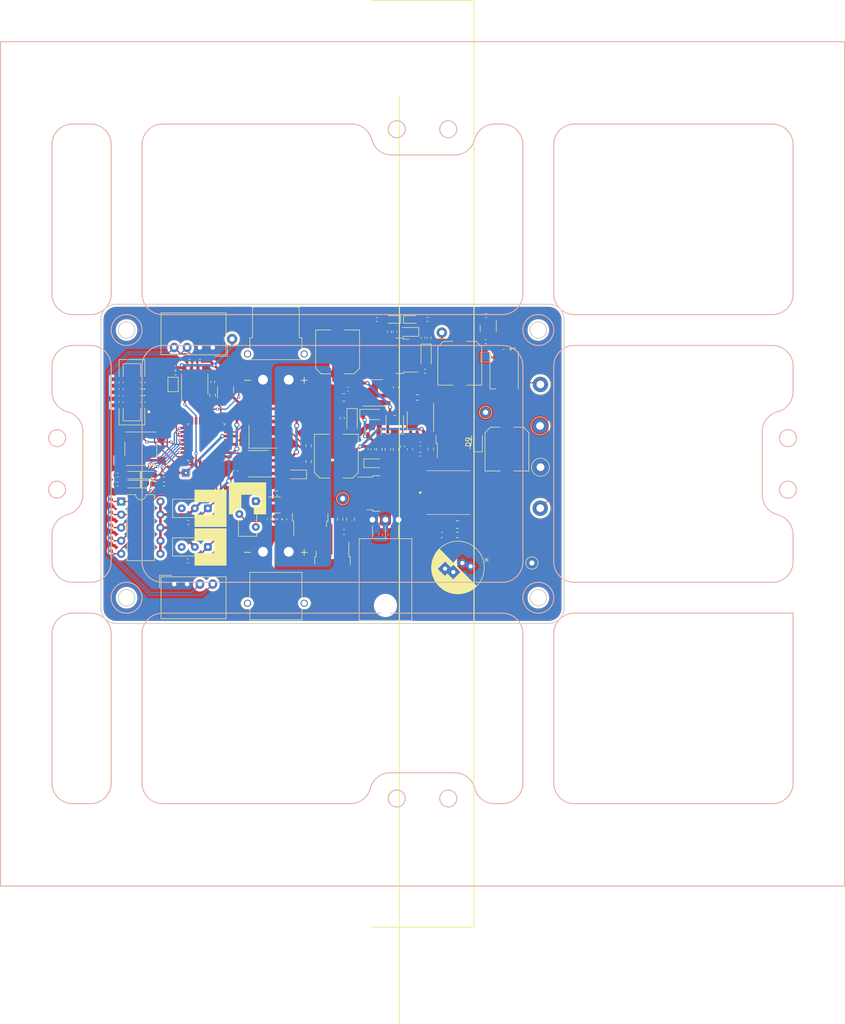
<source format=kicad_pcb>
(kicad_pcb (version 20211014) (generator pcbnew)
  (layers (0 "F.Cu" signal) (31 "B.Cu" signal) (34 "B.Paste" user) (35 "F.Paste" user) (36 "B.SilkS" user "B.Silkscreen") (37 "F.SilkS" user "F.Silkscreen") (38 "B.Mask" user) (39 "F.Mask" user) (44 "Edge.Cuts" user))
  (net 0 "")
  (net 1 "/S-S")
  (net 2 "Net-(C1-Pad2)")
  (net 3 "GND")
  (net 4 "Net-(C2-Pad2)")
  (net 5 "Net-(C3-Pad1)")
  (net 6 "Net-(C5-Pad2)")
  (net 7 "VDD")
  (net 8 "+3.3V")
  (net 9 "Net-(C11-Pad2)")
  (net 10 "NRST")
  (net 11 "VCC")
  (net 12 "+5V")
  (net 13 "Net-(C23-Pad2)")
  (net 14 "Net-(C25-Pad2)")
  (net 15 "Net-(D2-Pad2)")
  (net 16 "Net-(D3-Pad2)")
  (net 17 "Net-(D4-Pad2)")
  (net 18 "Net-(D6-Pad2)")
  (net 19 "Net-(D7-Pad1)")
  (net 20 "Net-(D7-Pad2)")
  (net 21 "Net-(D12-Pad2)")
  (net 22 "Net-(D15-Pad2)")
  (net 23 "Net-(D16-Pad2)")
  (net 24 "LEDPannel_OUT")
  (net 25 "LEDPannel_H")
  (net 26 "/12VBAT")
  (net 29 "TCK")
  (net 30 "TMS")
  (net 32 "MainRX1_STLinkTX")
  (net 33 "MainTX1_STLinkRX")
  (net 35 "RS485_A")
  (net 36 "RS485_B")
  (net 37 "Net-(JP1-Pad2)")
  (net 38 "Net-(C7-Pad1)")
  (net 39 "Net-(D8-Pad2)")
  (net 40 "主電源スイッチ")
  (net 41 "Net-(Q2-Pad3)")
  (net 42 "SHDN_overV")
  (net 43 "Net-(Q8-Pad1)")
  (net 44 "Net-(Q14-Pad1)")
  (net 45 "Net-(Q14-Pad3)")
  (net 46 "LEDPannel_L")
  (net 47 "DIP_SW0")
  (net 48 "DIP_SW1")
  (net 49 "DIP_SW2")
  (net 50 "Slide_SW0")
  (net 51 "DIP_SW3")
  (net 52 "DIP_SW4")
  (net 53 "V_Measure")
  (net 54 "LED0")
  (net 55 "LED1")
  (net 56 "LED2")
  (net 57 "MonitorLED0")
  (net 58 "Slide_SW1")
  (net 59 "Net-(R25-Pad2)")
  (net 60 "Net-(R27-Pad2)")
  (net 61 "Vfb")
  (net 62 "V_Surv.")
  (net 63 "MainTX2_RS485RX")
  (net 70 "MainRX2_RS485TX")
  (net 71 "Net-(U5-Pad2)")
  (net 72 "Net-(U5-Pad3)")
  (net 73 "OSC_IN")
  (footprint "Resistor_SMD:R_0603_1608Metric" (layer "F.Cu") (at -5.15 -2.825 90)
    (fp_text reference "R25" hide)
    (fp_text value "1.5k")
  )
  (footprint "LED_SMD:LED_0603_1608Metric_Pad1.05x0.95mm_HandSolder" (layer "F.Cu") (at -56.5 3.94 180)
    (fp_text reference "D2" hide)
    (fp_text value "Red")
  )
  (footprint "Diode_SMD:D_SOD-123" (layer "F.Cu") (at -9.92 -9.600001)
    (fp_text reference "D7" hide)
    (fp_text value "SS2040FL")
  )
  (footprint "LED_SMD:LED_WS2812B_PLCC4_5.0x5.0mm_P3.2mm" (layer "F.Cu") (at 15.85 -18.2 -90)
    (fp_text reference "D16" hide)
    (fp_text value "WS2812B")
  )
  (footprint "Package_TO_SOT_SMD:TO-252-2" (layer "F.Cu") (at 6.06 -6.46 90)
    (fp_text reference "Q4" hide)
    (fp_text value "MTP4835I3")
  )
  (footprint "Resistor_SMD:R_0402_1005Metric" (layer "F.Cu") (at 0.5 -18 180)
    (fp_text reference "R29" hide)
    (fp_text value "1k")
  )
  (footprint "TestPoint:TestPoint_THTPad_D2.0mm_Drill1.0mm" (layer "F.Cu") (at -37 -24.25)
    (fp_text reference "TP4" hide)
    (fp_text value "TestPoint")
  )
  (footprint "Slide_Switch:3P_SPDT_SlideSwitch" (layer "F.Cu") (at -44.25 16.14 -90)
    (fp_text reference "SW5" hide)
    (fp_text value "SW_SPDT")
  )
  (footprint "Resistor_SMD:R_0402_1005Metric" (layer "F.Cu") (at 0.9625 -28.05)
    (fp_text reference "R36" hide)
    (fp_text value "1k")
  )
  (footprint "Resistor_SMD:R_0603_1608Metric" (layer "F.Cu") (at -22.14 -3.51 90)
    (fp_text reference "R12" hide)
    (fp_text value "10k")
  )
  (footprint "Jumper:SolderJumper-2_P1.3mm_Open_TrianglePad1.0x1.5mm" (layer "F.Cu") (at -48.47 -15.42 90)
    (fp_text reference "JP1" hide)
    (fp_text value "Jumper_2_Open")
  )
  (footprint "Resistor_SMD:R_0402_1005Metric" (layer "F.Cu") (at -9.66 -2.85 90)
    (fp_text reference "R20" hide)
    (fp_text value "510")
  )
  (footprint "Capacitor_SMD:C_0402_1005Metric" (layer "F.Cu") (at -35.77 -5.39)
    (fp_text reference "C13" hide)
    (fp_text value "0.1uF")
  )
  (footprint "Resistor_SMD:R_0603_1608Metric" (layer "F.Cu") (at -22.14 -0.43 90)
    (fp_text reference "R11" hide)
    (fp_text value "33k")
  )
  (footprint "Capacitor_SMD:C_Elec_8x10.2" (layer "F.Cu") (at 7.24 -19.54 -90)
    (fp_text reference "C17" hide)
    (fp_text value "470uF")
  )
  (footprint "Package_TO_SOT_SMD:SOT-23" (layer "F.Cu") (at -38.27 -14.42 90)
    (fp_text reference "Q14" hide)
    (fp_text value "S8050")
  )
  (footprint "Crystal:Crystal_SMD_3225-4Pin_3.2x2.5mm_HandSoldering" (layer "F.Cu") (at -31.02 -5.31)
    (fp_text reference "Y1" hide)
    (fp_text value "16MHz")
  )
  (footprint "Package_QFP:LQFP-32_7x7mm_P0.8mm" (layer "F.Cu") (at -42 -4.19 180)
    (fp_text reference "U6" hide)
    (fp_text value "STM32G030K6T6")
  )
  (footprint "Capacitor_SMD:C_0603_1608Metric" (layer "F.Cu") (at 3.75 13.8)
    (fp_text reference "C25" hide)
    (fp_text value "C_snub")
  )
  (footprint "Slide_Switch:3P_SPDT_SlideSwitch" (layer "F.Cu") (at -44.25 8.64 -90)
    (fp_text reference "SW2" hide)
    (fp_text value "SW_SPDT")
  )
  (footprint "Resistor_SMD:R_0402_1005Metric" (layer "F.Cu") (at -3.86 -3.38 90)
    (fp_text reference "R27" hide)
    (fp_text value "10k")
  )
  (footprint "BoxHeader_1.27mm:BoxHeader_2x05_P1.27mm_Vertical_SMD" (layer "F.Cu") (at -56.47 -13.91 180)
    (fp_text reference "J3" hide)
    (fp_text value "Conn_01x10_Male")
  )
  (footprint "Resistor_SMD:R_0402_1005Metric" (layer "F.Cu") (at -45.5 11.39 180)
    (fp_text reference "R5" hide)
    (fp_text value "10k")
  )
  (footprint "Resistor_SMD:R_0402_1005Metric" (layer "F.Cu") (at -45.63 18.84 180)
    (fp_text reference "R18" hide)
    (fp_text value "10k")
  )
  (footprint "Diode_SMD:D_SOD-323_HandSoldering" (layer "F.Cu") (at -2.64 -25.63 180)
    (fp_text reference "D11" hide)
    (fp_text value "1N5819WS")
  )
  (footprint "Resistor_SMD:R_0402_1005Metric" (layer "F.Cu") (at -28.7825 10.75 90)
    (fp_text reference "R8" hide)
    (fp_text value "100k")
  )
  (footprint "TestPoint:TestPoint_THTPad_D3.0mm_Drill1.5mm" (layer "F.Cu") (at 22.9 -15.43)
    (fp_text reference "H5" hide)
    (fp_text value "MountingHole_Pad")
  )
  (footprint "Capacitor_SMD:C_0402_1005Metric" (layer "F.Cu") (at -36.26 1.33 90)
    (fp_text reference "C9" hide)
    (fp_text value "0.1uF")
  )
  (footprint "Resistor_SMD:R_0402_1005Metric" (layer "F.Cu") (at -60.5 14.885 90)
    (fp_text reference "R6" hide)
    (fp_text value "10k")
  )
  (footprint "Resistor_SMD:R_0603_1608Metric" (layer "F.Cu") (at -6.75 -2.825 -90)
    (fp_text reference "R28" hide)
    (fp_text value "5.1k")
  )
  (footprint "Resistor_SMD:R_0402_1005Metric" (layer "F.Cu") (at -0.42 -1.899999 180)
    (fp_text reference "R48" hide)
    (fp_text value "5.1k")
  )
  (footprint "Resistor_SMD:R_0402_1005Metric" (layer "F.Cu") (at 12.34 -28.81)
    (fp_text reference "R41" hide)
    (fp_text value "10k")
  )
  (footprint "Capacitor_SMD:C_Elec_8x10.2" (layer "F.Cu") (at -16.5 -21.75 90)
    (fp_text reference "C18" hide)
    (fp_text value "470uF")
  )
  (footprint "Capacitor_SMD:C_0805_2012Metric" (layer "F.Cu") (at 6.800001 11.8 180)
    (fp_text reference "C7" hide)
    (fp_text value "10uF")
  )
  (footprint "Resistor_SMD:R_0603_1608Metric" (layer "F.Cu") (at -40.77 -13.345 -90)
    (fp_text reference "R40" hide)
    (fp_text value "7.5k")
  )
  (footprint "Package_TO_SOT_SMD:TO-252-2" (layer "F.Cu") (at -7.25 5.75)
    (fp_text reference "Q8" hide)
    (fp_text value "MTP4835I3")
  )
  (footprint "Resistor_SMD:R_0402_1005Metric" (layer "F.Cu") (at -59.25 3.94 180)
    (fp_text reference "R13" hide)
    (fp_text value "1k")
  )
  (footprint "Resistor_SMD:R_0603_1608Metric" (layer "F.Cu") (at -16 10.75 90)
    (fp_text reference "R19" hide)
    (fp_text value "R_snub")
  )
  (footprint "Package_TO_SOT_SMD:TO-252-2" (layer "F.Cu") (at -6.18 -21.01 180)
    (fp_text reference "U2" hide)
    (fp_text value "AZ1084CD-3.3")
  )
  (footprint "Package_DIP:DIP-10_W7.62mm" (layer "F.Cu") (at -58.55 7.31)
    (fp_text reference "SW1" hide)
    (fp_text value "SW_DIP_x05")
  )
  (footprint "Package_SO:SOP-8_3.9x4.9mm_P1.27mm" (layer "F.Cu") (at -31.92 -0.03 180)
    (fp_text reference "U5" hide)
    (fp_text value "NJU6319AE")
  )
  (footprint "Slide_Switch:SW_Slide_SPDT_White" (layer "F.Cu") (at -34 9.75)
    (fp_text reference "SW3" hide)
    (fp_text value "SW_SPDT_White")
  )
  (footprint "LED_SMD:LED_0603_1608Metric_Pad1.05x0.95mm_HandSolder" (layer "F.Cu") (at -5.91 -28.05 180)
    (fp_text reference "D15" hide)
    (fp_text value "Green")
  )
  (footprint "Diode_SMD:D_SOD-323_HandSoldering" (layer "F.Cu") (at -24.449999 2.05 180)
    (fp_text reference "D1" hide)
    (fp_text value "1N5819WS")
  )
  (footprint "Resistor_SMD:R_0402_1005Metric" (layer "F.Cu") (at -28.2625 5.7)
    (fp_text reference "R10" hide)
    (fp_text value "10k")
  )
  (footprint "Package_SO:SOP-8_3.9x4.9mm_P1.27mm" (layer "F.Cu") (at -0.415 -8.26 -90)
    (fp_text reference "U3" hide)
    (fp_text value "M51957B")
  )
  (footprint "Package_TO_SOT_SMD:SOT-23" (layer "F.Cu") (at -9.6 -6.350001 90)
    (fp_text reference "Q5" hide)
    (fp_text value "2SC3265")
  )
  (footprint "Connector_Molex:Molex_SPOX_5268-04A_1x04_P2.50mm_Horizontal" (layer "F.Cu") (at -40.75 -22.600001 180)
    (fp_text reference "J4" hide)
    (fp_text value "Conn_01x04_Male")
  )
  (footprint "TestPoint:TestPoint_THTPad_D3.0mm_Drill1.5mm" (layer "F.Cu") (at 22.83 -7.38)
    (fp_text reference "H6" hide)
    (fp_text value "MountingHole_Pad")
  )
  (footprint "LED_SMD:LED_0603_1608Metric_Pad1.05x0.95mm_HandSolder" (layer "F.Cu") (at -53 3.94)
    (fp_text reference "D4" hide)
    (fp_text value "Red")
  )
  (footprint "Capacitor_SMD:C_0402_1005Metric" (layer "F.Cu") (at 15.75 -22.6 180)
    (fp_text reference "C19" hide)
    (fp_text value "0.1uF")
  )
  (footprint "Capacitor_SMD:C_0603_1608Metric" (layer "F.Cu") (at -5.17 -14.850001 -90)
    (fp_text reference "C5" hide)
    (fp_text value "100pF")
  )
  (footprint "Package_SO:SOIC-8_3.9x4.9mm_P1.27mm" (layer "F.Cu") (at -9.67 -13.8 180)
    (fp_text reference "U1" hide)
    (fp_text value "MC34063AD")
  )
  (footprint "Capacitor_SMD:C_0603_1608Metric" (layer "F.Cu") (at -15.25 13.25 180)
    (fp_text reference "C11" hide)
    (fp_text value "C_snub")
  )
  (footprint "Potentiometer:PVZ3A" (layer "F.Cu") (at -5.4 -7.6 90)
    (fp_text reference "RV1" hide)
    (fp_text value "470")
  )
  (footprint "Resistor_SMD:R_0402_1005Metric" (layer "F.Cu") (at -26.7925 10.76 90)
    (fp_text reference "R9" hide)
    (fp_text value "10k")
  )
  (footprint "Diode_SMD:D_SOD-323_HandSoldering" (layer "F.Cu") (at 10.78 -4.25 90)
    (fp_text reference "D9")
    (fp_text value "1N5819WS")
  )
  (footprint "Capacitor_SMD:C_0402_1005Metric" (layer "F.Cu") (at -35.78 -3.78)
    (fp_text reference "C12" hide)
    (fp_text value "1uF")
  )
  (footprint "Resistor_SMD:R_0402_1005Metric" (layer "F.Cu") (at -10.96 -2.87 90)
    (fp_text reference "R22" hide)
    (fp_text value "10k")
  )
  (footprint "Capacitor_SMD:C_0402_1005Metric" (layer "F.Cu") (at -48.02 -18.67 180)
    (fp_text reference "C20" hide)
    (fp_text value "0.1uF")
  )
  (footprint "Capacitor_SMD:C_Elec_8x10.2" (layer "F.Cu") (at 16.4 -2.87 -90)
    (fp_text reference "C21" hide)
    (fp_text value "470uF")
  )
  (footprint "Package_TO_SOT_THT:TO-220-3_Horizontal_TabDown" (layer "F.Cu") (at -4.66 10.848249 180)
    (fp_text reference "D8" hide)
    (fp_text value "CBD20150VCT")
  )
  (footprint "Resistor_SMD:R_0603_1608Metric" (layer "F.Cu") (at 1.61 -2.91 -90)
    (fp_text reference "R38" hide)
    (fp_text value "7.5k")
  )
  (footprint "Package_TO_SOT_SMD:SOT-23" (layer "F.Cu") (at -28.2625 8)
    (fp_text reference "Q2" hide)
    (fp_text value "BSS138")
  )
  (footprint "Package_TO_SOT_SMD:SOT-23" (layer "F.Cu") (at 12.760001 -26.310001 -90)
    (fp_text reference "Q15" hide)
    (fp_text value "BSS138")
  )
  (footprint "LED_SMD:LED_0603_1608Metric_Pad1.05x0.95mm_HandSolder" (layer "F.Cu") (at -56.5 2.19 180)
    (fp_text reference "D6" hide)
    (fp_text value "Yellow")
  )
  (footprint "Capacitor_SMD:C_Elec_8x10.2" (layer "F.Cu") (at -16.75 -1.5 90)
    (fp_text reference "C16" hide)
    (fp_text value "470uF")
  )
  (footprint "Resistor_SMD:R_0603_1608Metric" (layer "F.Cu") (at 6.75 13.8)
    (fp_text reference "R37" hide)
    (fp_text value "R_snub")
  )
  (footprint "TestPoint:TestPoint_THTPad_D2.0mm_Drill1.0mm" (layer "F.Cu") (at 12.25 -10)
    (fp_text reference "TP2" hide)
    (fp_text value "TestPoint")
  )
  (footprint "Resistor_SMD:R_0402_1005Metric" (layer "F.Cu") (at -60.5 12.385 90)
    (fp_text reference "R4" hide)
    (fp_text value "10k")
  )
  (footprint "Resistor_SMD:R_0402_1005Metric" (layer "F.Cu") (at -29.7825 10.75 90)
    (fp_text reference "R3" hide)
    (fp_text value "10k")
  )
  (footprint "Resistor_SMD:R_0402_1005Metric" (layer "F.Cu") (at -50.25 2.19)
    (fp_text reference "R14" hide)
    (fp_text value "1k")
  )
  (footprint "Resistor_SMD:R_0402_1005Metric" (layer "F.Cu") (at -60.5 17.385 90)
    (fp_text reference "R7" hide)
    (fp_text value "10k")
  )
  (footprint "Package_TO_SOT_SMD:TO-252-2" (layer "F.Cu") (at -17.5 20.5 -90)
    (fp_text reference "Q1" hide)
    (fp_text value "MTP4835I3")
  )
  (footprint "Resistor_SMD:R_0402_1005Metric" (layer "F.Cu") (at -50.25 3.94)
    (fp_text reference "R15" hide)
    (fp_text value "1k")
  )
  (footprint "Resistor_SMD:R_0402_1005Metric" (layer "F.Cu") (at -45.270001 -19.92 180)
    (fp_text reference "R45" hide)
    (fp_text value "2.2k")
  )
  (footprint "Inductor_Power:ETQ-P4M_KVK" (layer "F.Cu") (at 5.02175 5.582323)
    (fp_text reference "L1" hide)
    (fp_text value "2.2uH" hide)
  )
  (footprint "Resistor_SMD:R_0402_1005Metric" (layer "F.Cu") (at 12.290003 -23.73 180)
    (fp_text reference "R43" hide)
    (fp_text value "10k")
  )
  (footprint "Capacitor_SMD:C_0402_1005Metric" (layer "F.Cu") (at 0.09 -24.5 90)
    (fp_text reference "C14" hide)
    (fp_text value "1uF")
  )
  (footprint "Resistor_SMD:R_0402_1005Metric" (layer "F.Cu") (at -8.9075 -28.029999 180)
    (fp_text reference "R39" hide)
    (fp_text value "1k")
  )
  (footprint "Package_TO_SOT_SMD:TO-252-2" (layer "F.Cu") (at -21.83 8.66 90)
    (fp_text reference "Q3" hide)
    (fp_text value "MTP4835I3")
  )
  (footprint "Package_SO:SOP-8_3.9x4.9mm_P1.27mm" (layer "F.Cu") (at -44.27 -15.520001 90)
    (fp_text reference "U4" hide)
    (fp_text value "MAX3485")
  )
  (footprint "Resistor_SMD:R_0402_1005Metric" (layer "F.Cu") (at -48.02 -17.67)
    (fp_text reference "R46" hide)
    (fp_text value "120")
  )
  (footprint "Capacitor_SMD:C_0402_1005Metric" (layer "F.Cu") (at -5.31 -25.66 90)
    (fp_text reference "C15" hide)
    (fp_text value "1uF")
  )
  (footprint "Capacitor_SMD:C_0805_2012Metric" (layer "F.Cu") (at -15.3 -12.9 180)
    (fp_text reference "C3" hide)
    (fp_text value "10uF")
  )
  (footprint "Capacitor_SMD:C_0603_1608Metric" (layer "F.Cu") (at -2.44 -2.859999 90)
    (fp_text reference "C2" hide)
    (fp_text value "4700pF")
  )
  (footprint "Button_Switch_SMD:SW_SPST_Omron_B3FS-100xP" (layer "F.Cu") (at -54.7425 -2.94 180)
    (fp_text reference "SW4" hide)
    (fp_text value "SW_SPST")
  )
  (footprint "Resistor_SMD:R_0402_1005Metric" (layer "F.Cu") (at -60.5 9.885 90)
    (fp_text reference "R2" hide)
    (fp_text value "10k")
  )
  (footprint "Connector_AMASS:AMASS_XT30PW-M_1x02_P2.50mm_Horizontal" (layer "F.Cu") (at -31 17.075 180)
    (fp_text reference "J1" hide)
    (fp_text value "Conn_01x02_Male")
  )
  (footprint "Resistor_SMD:R_0402_1005Metric" (layer "F.Cu") (at -60.5 7.385 90)
    (fp_text reference "R1" hide)
    (fp_text value "10k")
  )
  (footprint "Capacitor_SMD:C_0402_1005Metric" (layer "F.Cu") (at -14.5 -14.5)
    (fp_text reference "C4" hide)
    (fp_text value "0.1uF")
  )
  (footprint "TestPoint:TestPoint_THTPad_D2.0mm_Drill1.0mm" (layer "F.Cu") (at 3.75 -25.5)
    (fp_text reference "TP3" hide)
    (fp_text value "TestPoint")
  )
  (footprint "Capacitor_SMD:C_0402_1005Metric" (layer "F.Cu") (at -0.42 -3.85 180)
    (fp_text reference "C6" hide)
    (fp_text value "0.1uF")
  )
  (footprint "Capacitor_THT:CP_Radial_D10.0mm_P2.50mm_P5.00mm" (layer "F.Cu") (at 7.75 19.25 -135)
    (fp_text reference "C8" hide)
    (fp_text value "470uF")
  )
  (footprint "Connector_AMASS:AMASS_XT30PW-F_1x02_P2.50mm_Horizontal" (layer "F.Cu") (at -31 -16.35)
    (fp_text reference "J2" hide)
    (fp_text value "Conn_01x02_Female")
  )
  (footprint "LED_SMD:LED_0603_1608Metric_Pad1.05x0.95mm_HandSolder" (layer "F.Cu") (at -2.0375 -28.05)
    (fp_text reference "D12" hide)
    (fp_text value "Green")
  )
  (footprint "Capacitor_SMD:C_0805_2012Metric" (layer "F.Cu") (at -14 10.75 -90)
    (fp_text reference "C10" hide)
    (fp_text value "10uF")
  )
  (footprint "TestPoint:TestPoint_THTPad_D3.0mm_Drill1.5mm" (layer "F.Cu") (at 22.92 0.65)
    (fp_text reference "H7" hide)
    (fp_text value "MountingHole_Pad")
  )
  (footprint "Diode_SMD:D_SOD-323_HandSoldering" (layer "F.Cu") (at -9.52 -0.12)
    (fp_text reference "D13" hide)
    (fp_text value "1N5819WS")
  )
  (footprint "Connector_Molex:Molex_SPOX_5268-04A_1x04_P2.50mm_Horizontal" (layer "F.Cu") (at -48.25 23.35)
    (fp_text reference "J5" hide)
    (fp_text value "Conn_01x04_Male")
  )
  (footprint "Capacitor_SMD:C_0402_1005Metric" (layer "F.Cu") (at -27.7825 10.75 90)
    (fp_text reference "C1" hide)
    (fp_text value "1uF")
  )
  (footprint "Resistor_SMD:R_0603_1608Metric" (layer "F.Cu") (at -1 -12.89 180)
    (fp_text reference "R47" hide)
    (fp_text value "2k")
  )
  (footprint "LED_SMD:LED_0603_1608Metric_Pad1.05x0.95mm_HandSolder" (layer "F.Cu") (at -53 2.19)
    (fp_text reference "D3" hide)
    (fp_text value "Red")
  )
  (footprint "Resistor_SMD:R_0402_1005Metric" (layer "F.Cu") (at -40.77 -15.92 90)
    (fp_text reference "R42" hide)
    (fp_text value "20k")
  )
  (footprint "Resistor_SMD:R_0402_1005Metric" (layer "F.Cu") (at -59.25 2.19 180)
    (fp_text reference "R16" hide)
    (fp_text value "1k")
  )
  (footprint "TestPoint:TestPoint_THTPad_D2.0mm_Drill1.0mm" (layer "F.Cu") (at 21.25 19.25)
    (fp_text reference "TP5" hide)
    (fp_text value "TestPoint")
  )
  (footprint "TestPoint:TestPoint_THTPad_D2.0mm_Drill1.0mm" (layer "F.Cu") (at -15.5 6.75)
    (fp_text reference "TP1" hide)
    (fp_text value "TestPoint")
  )
  (footprint "Resistor_SMD:R_0603_1608Metric" (layer "F.Cu") (at -8.4 -2.850001 90)
    (fp_text reference "R23" hide)
    (fp_text value "10")
  )
  (footprint "Resistor_SMD:R_0402_1005Metric" (layer "F.Cu") (at -15.59 -8.91 90)
    (fp_text reference "R17" hide)
    (fp_text value "1k")
  )
  (footprint "Resistor_SMD:R_0402_1005Metric" (layer "F.Cu") (at -43.27 -19.92 180)
    (fp_text reference "R44" hide)
    (fp_text value "2.2k")
  )
  (footprint "Diode_SMD:D_SOD-123" (layer "F.Cu") (at 0.7 -21.02 -90)
    (fp_text reference "D10" hide)
    (fp_text value "SS2040FL")
  )
  (footprint "TestPoint:TestPoint_THTPad_D3.0mm_Drill1.5mm" (layer "F.Cu") (at 22.87 8.61)
    (fp_text reference "H8" hide)
    (fp_text value "MountingHole_Pad")
  )
  (footprint "Resistor_SMD:R_0402_1005Metric" (layer "F.Cu") (at 1.27 -24.5 90)
    (fp_text reference "R30" hide)
    (fp_text value "10k")
  )
  (footprint "Diode_SMD:D_SOD-123" (layer "F.Cu") (at -13.7 -8.5 -90)
    (fp_text reference "D5" hide)
    (fp_text value "SS2040FL")
  )
  (footprint "Resistor_SMD:R_0402_1005Metric" (layer "F.Cu") (at -6.42 -25.66 -90)
    (fp_text reference "R34" hide)
    (fp_text value "10k")
  )
  (footprint "Capacitor_SMD:C_0603_1608Metric" (layer "B.Cu") (at -9 13.75 -90)
    (fp_text reference "C23" hide)
    (fp_text value "C_snub")
  )
  (footprint "TestPoint:TestPoint_Pad_1.5x1.5mm" (layer "B.Cu") (at -46 1.75 180)
    (fp_text reference "H3" hide)
    (fp_text value "MountingHole_Pad")
  )
  (footprint "Resistor_SMD:R_0603_1608Metric" (layer "B.Cu") (at -7.25 13.75 90)
    (fp_text reference "R24" hide)
    (fp_text value "R_snub")
  )
  (footprint "TestPoint:TestPoint_Pad_1.5x1.5mm" (layer "B.Cu") (at 12.25 -20.75 180)
    (fp_text reference "H1" hide)
    (fp_text value "MountingHole_Pad")
  )
  (gr_arc (start 6.254033 60) (mid 8.703521 60.837724) (end 10.127017 63) (layer "B.SilkS") (width 0.2))
  (gr_line (start -50.5 -66) (end -13.745967 -66) (layer "B.SilkS") (width 0.2))
  (gr_arc (start 29.5 -29) (mid 26.671573 -30.171573) (end 25.5 -33) (layer "B.SilkS") (width 0.2))
  (gr_arc (start 25.5 -62) (mid 26.671573 -64.828427) (end 29.5 -66) (layer "B.SilkS") (width 0.2))
  (gr_arc (start 19.5 -33) (mid 18.328427 -30.171573) (end 15.5 -29) (layer "B.SilkS") (width 0.2))
  (gr_arc (start 25.5 -19) (mid 26.671573 -21.828427) (end 29.5 -23) (layer "B.SilkS") (width 0.2))
  (gr_arc (start 15.5 29) (mid 18.328427 30.171573) (end 19.5 33) (layer "B.SilkS") (width 0.2))
  (gr_arc (start 19.5 19) (mid 18.328427 21.828427) (end 15.5 23) (layer "B.SilkS") (width 0.2))
  (gr_line (start 66 6) (end 66 -6.254033) (layer "B.SilkS") (width 0.2))
  (gr_circle (center 22.5 26) (end 25.5 26) (layer "B.SilkS") (width 0.2) (fill none))
  (gr_arc (start -69 -10.127017) (mid -66.837722 -8.703523) (end -66 -6.254033) (layer "B.SilkS") (width 0.2))
  (gr_arc (start 69 9.872983) (mid 66.837723 8.44949) (end 66 6) (layer "B.SilkS") (width 0.2))
  (gr_line (start 19.5 19) (end 19.5 -19) (layer "B.SilkS") (width 0.2))
  (gr_arc (start 15.5 -66) (mid 18.328427 -64.828427) (end 19.5 -62) (layer "B.SilkS") (width 0.2))
  (gr_arc (start -72 33) (mid -70.828427 30.171573) (end -68 29) (layer "B.SilkS") (width 0.2))
  (gr_arc (start -60.5 -33) (mid -61.671573 -30.171573) (end -64.5 -29) (layer "B.SilkS") (width 0.2))
  (gr_arc (start -54.5 -19) (mid -53.328427 -21.828427) (end -50.5 -23) (layer "B.SilkS") (width 0.2))
  (gr_line (start 82 82) (end 82 -82) (layer "B.SilkS") (width 0.2))
  (gr_line (start -68 -29) (end -64.5 -29) (layer "B.SilkS") (width 0.2))
  (gr_arc (start -10.127017 63) (mid -11.55051 65.162278) (end -14 66) (layer "B.SilkS") (width 0.2))
  (gr_arc (start -54.5 33) (mid -53.328427 30.171573) (end -50.5 29) (layer "B.SilkS") (width 0.2))
  (gr_arc (start 72 19) (mid 70.828427 21.828427) (end 68 23) (layer "B.SilkS") (width 0.2))
  (gr_arc (start 72 -33) (mid 70.828427 -30.171573) (end 68 -29) (layer "B.SilkS") (width 0.2))
  (gr_line (start -72 33) (end -72 62) (layer "B.SilkS") (width 0.2))
  (gr_arc (start 29.5 66) (mid 26.671573 64.828427) (end 25.5 62) (layer "B.SilkS") (width 0.2))
  (gr_line (start -72 -62) (end -72 -33) (layer "B.SilkS") (width 0.2))
  (gr_line (start -54.5 -19) (end -54.5 19) (layer "B.SilkS") (width 0.2))
  (gr_line (start 29.5 29) (end 72 29) (layer "B.SilkS") (width 0.2))
  (gr_line (start -50.5 23) (end 15.5 23) (layer "B.SilkS") (width 0.2))
  (gr_line (start -64.5 -66) (end -68 -66) (layer "B.SilkS") (width 0.2))
  (gr_circle (center -71 -5) (end -69.35 -5) (layer "B.SilkS") (width 0.2) (fill none))
  (gr_line (start 14 -66) (end 15.5 -66) (layer "B.SilkS") (width 0.2))
  (gr_circle (center 5 65) (end 6.65 65) (layer "B.SilkS") (width 0.2) (fill none))
  (gr_arc (start 68 -23) (mid 70.828427 -21.828427) (end 72 -19) (layer "B.SilkS") (width 0.2))
  (gr_arc (start 68 -66) (mid 70.828427 -64.828427) (end 72 -62) (layer "B.SilkS") (width 0.2))
  (gr_line (start 68 66) (end 29.5 66) (layer "B.SilkS") (width 0.2))
  (gr_line (start -72 19) (end -72 13.745967) (layer "B.SilkS") (width 0.2))
  (gr_line (start -72 -14) (end -72 -19) (layer "B.SilkS") (width 0.2))
  (gr_arc (start -50.5 23) (mid -53.328427 21.828427) (end -54.5 19) (layer "B.SilkS") (width 0.2))
  (gr_line (start 29.5 -29) (end 68 -29) (layer "B.SilkS") (width 0.2))
  (gr_arc (start -68 23) (mid -70.828427 21.828427) (end -72 19) (layer "B.SilkS") (width 0.2))
  (gr_line (start -64.5 29) (end -68 29) (layer "B.SilkS") (width 0.2))
  (gr_line (start -68 -23) (end -64.5 -23) (layer "B.SilkS") (width 0.2))
  (gr_arc (start -64.5 -23) (mid -61.671573 -21.828427) (end -60.5 -19) (layer "B.SilkS") (width 0.2))
  (gr_line (start 68 -23) (end 29.5 -23) (layer "B.SilkS") (width 0.2))
  (gr_arc (start -68 -29) (mid -70.828427 -30.171573) (end -72 -33) (layer "B.SilkS") (width 0.2))
  (gr_line (start -60.5 62) (end -60.5 33) (layer "B.SilkS") (width 0.2))
  (gr_line (start 29.5 23) (end 68 23) (layer "B.SilkS") (width 0.2))
  (gr_line (start -54.5 -33) (end -54.5 -62) (layer "B.SilkS") (width 0.2))
  (gr_line (start 82 -82) (end -82 -82) (layer "B.SilkS") (width 0.2))
  (gr_line (start -54.5 62) (end -54.5 33) (layer "B.SilkS") (width 0.2))
  (gr_circle (center -57.5 -26) (end -54.5 -26) (layer "B.SilkS") (width 0.2) (fill none))
  (gr_arc (start -72 -62) (mid -70.828427 -64.828427) (end -68 -66) (layer "B.SilkS") (width 0.2))
  (gr_arc (start 10.127017 -63) (mid 8.703523 -60.837721) (end 6.254033 -60) (layer "B.SilkS") (width 0.2))
  (gr_circle (center -5 -65) (end -3.35 -65) (layer "B.SilkS") (width 0.2) (fill none))
  (gr_arc (start -72 13.745967) (mid -71.162278 11.296477) (end -69 9.872983) (layer "B.SilkS") (width 0.2))
  (gr_line (start 19.5 33) (end 19.5 62) (layer "B.SilkS") (width 0.2))
  (gr_line (start 68 -66) (end 29.5 -66) (layer "B.SilkS") (width 0.2))
  (gr_line (start 25.5 -62) (end 25.5 -33) (layer "B.SilkS") (width 0.2))
  (gr_arc (start -54.5 -62) (mid -53.328427 -64.828427) (end -50.5 -66) (layer "B.SilkS") (width 0.2))
  (gr_arc (start -60.5 19) (mid -61.671573 21.828427) (end -64.5 23) (layer "B.SilkS") (width 0.2))
  (gr_circle (center -57.5 26) (end -54.5 26) (layer "B.SilkS") (width 0.2) (fill none))
  (gr_arc (start 14 66) (mid 11.55051 65.162278) (end 10.127017 63) (layer "B.SilkS") (width 0.2))
  (gr_arc (start -64.5 29) (mid -61.671573 30.171573) (end -60.5 33) (layer "B.SilkS") (width 0.2))
  (gr_arc (start -72 -19) (mid -70.828427 -21.828427) (end -68 -23) (layer "B.SilkS") (width 0.2))
  (gr_line (start -6 -60) (end 6.254033 -60) (layer "B.SilkS") (width 0.2))
  (gr_line (start 72 19) (end 72 13.745967) (layer "B.SilkS") (width 0.2))
  (gr_arc (start -64.5 -66) (mid -61.671573 -64.828427) (end -60.5 -62) (layer "B.SilkS") (width 0.2))
  (gr_line (start -60.5 -19) (end -60.5 19) (layer "B.SilkS") (width 0.2))
  (gr_arc (start -68 66) (mid -70.828427 64.828427) (end -72 62) (layer "B.SilkS") (width 0.2))
  (gr_arc (start 72 -14) (mid 71.162278 -11.55051) (end 69 -10.127017) (layer "B.SilkS") (width 0.2))
  (gr_line (start 72 29) (end 72 62) (layer "B.SilkS") (width 0.2))
  (gr_line (start 15.5 -23) (end -50.5 -23) (layer "B.SilkS") (width 0.2))
  (gr_circle (center -5 65) (end -3.35 65) (layer "B.SilkS") (width 0.2) (fill none))
  (gr_line (start -64.5 23) (end -68 23) (layer "B.SilkS") (width 0.2))
  (gr_line (start -60.5 -33) (end -60.5 -62) (layer "B.SilkS") (width 0.2))
  (gr_circle (center -71 5) (end -69.35 5) (layer "B.SilkS") (width 0.2) (fill none))
  (gr_arc (start 15.5 -23) (mid 18.328427 -21.828427) (end 19.5 -19) (layer "B.SilkS") (width 0.2))
  (gr_circle (center 71 -5) (end 72.65 -5) (layer "B.SilkS") (width 0.2) (fill none))
  (gr_arc (start 25.5 33) (mid 26.671573 30.171573) (end 29.5 29) (layer "B.SilkS") (width 0.2))
  (gr_line (start -68 66) (end -64.5 66) (layer "B.SilkS") (width 0.2))
  (gr_line (start 15.5 -29) (end -50.5 -29) (layer "B.SilkS") (width 0.2))
  (gr_line (start 19.5 -62) (end 19.5 -33) (layer "B.SilkS") (width 0.2))
  (gr_circle (center 5 -65) (end 6.65 -65) (layer "B.SilkS") (width 0.2) (fill none))
  (gr_line (start 72 -14) (end 72 -19) (layer "B.SilkS") (width 0.2))
  (gr_line (start -50.5 29) (end 15.5 29) (layer "B.SilkS") (width 0.2))
  (gr_arc (start 66 -6.254033) (mid 66.837735 -8.703506) (end 69 -10.127017) (layer "B.SilkS") (width 0.2))
  (gr_arc (start 10.127017 -63) (mid 11.55051 -65.162277) (end 14 -66) (layer "B.SilkS") (width 0.2))
  (gr_arc (start -10.127017 63) (mid -8.703523 60.837722) (end -6.254033 60) (layer "B.SilkS") (width 0.2))
  (gr_arc (start -69 -10.127017) (mid -71.162278 -11.55051) (end -72 -14) (layer "B.SilkS") (width 0.2))
  (gr_arc (start -60.5 62) (mid -61.671573 64.828427) (end -64.5 66) (layer "B.SilkS") (width 0.2))
  (gr_line (start -82 82) (end 82 82) (layer "B.SilkS") (width 0.2))
  (gr_line (start -66 6) (end -66 -6.254033) (layer "B.SilkS") (width 0.2))
  (gr_arc (start -50.5 66) (mid -53.328427 64.828427) (end -54.5 62) (layer "B.SilkS") (width 0.2))
  (gr_line (start -14 66) (end -50.5 66) (layer "B.SilkS") (width 0.2))
  (gr_arc (start -13.745967 -66) (mid -11.296477 -65.162278) (end -9.872983 -63) (layer "B.SilkS") (width 0.2))
  (gr_arc (start 19.5 62) (mid 18.328427 64.828427) (end 15.5 66) (layer "B.SilkS") (width 0.2))
  (gr_line (start 72 -33) (end 72 -62) (layer "B.SilkS") (width 0.2))
  (gr_line (start 25.5 62) (end 25.5 33) (layer "B.SilkS") (width 0.2))
  (gr_arc (start 29.5 23) (mid 26.671573 21.828427) (end 25.5 19) (layer "B.SilkS") (width 0.2))
  (gr_arc (start 69 9.872983) (mid 71.162279 11.296477) (end 72 13.745967) (layer "B.SilkS") (width 0.2))
  (gr_arc (start -66 6) (mid -66.837722 8.44949) (end -69 9.872983) (layer "B.SilkS") (width 0.2))
  (gr_arc (start -6 -60) (mid -8.44949 -60.837722) (end -9.872983 -63) (layer "B.SilkS") (width 0.2))
  (gr_circle (center 22.5 -26) (end 25.5 -26) (layer "B.SilkS") (width 0.2) (fill none))
  (gr_line (start 15.5 66) (end 14 66) (layer "B.SilkS") (width 0.2))
  (gr_line (start 25.5 -19) (end 25.5 19) (layer "B.SilkS") (width 0.2))
  (gr_arc (start 72 62) (mid 70.828427 64.828427) (end 68 66) (layer "B.SilkS") (width 0.2))
  (gr_line (start 6.254033 60) (end -6.254033 60) (layer "B.SilkS") (width 0.2))
  (gr_arc (start -50.5 -29) (mid -53.328427 -30.171573) (end -54.5 -33) (layer "B.SilkS") (width 0.2))
  (gr_line (start -82 -82) (end -82 82) (layer "B.SilkS") (width 0.2))
  (gr_circle (center 71 5) (end 72.65 5) (layer "B.SilkS") (width 0.2) (fill none))
  (gr_line (start -10 -90) (end 10 -90) (layer "F.SilkS") (width 0.2))
  (gr_line (start -4.5 108.7) (end -4.5 -71.3) (layer "F.SilkS") (width 0.2))
  (gr_line (start 10 -90) (end 10 90) (layer "F.SilkS") (width 0.2))
  (gr_line (start 10 90) (end -10 90) (layer "F.SilkS") (width 0.2))
  (gr_circle (center -57.5 -26) (end -55.9 -26) (layer "Edge.Cuts") (width 0.2) (fill none))
  (gr_arc (start -59.5 31) (mid -61.62132 30.12132) (end -62.5 28) (layer "Edge.Cuts") (width 0.2))
  (gr_arc (start 24.5 -31) (mid 26.62132 -30.12132) (end 27.5 -28) (layer "Edge.Cuts") (width 0.2))
  (gr_line (start -59.5 31) (end 24.5 31) (layer "Edge.Cuts") (width 0.2))
  (gr_circle (center -57.5 26) (end -55.9 26) (layer "Edge.Cuts") (width 0.2) (fill none))
  (gr_arc (start -62.5 -28) (mid -61.62132 -30.12132) (end -59.5 -31) (layer "Edge.Cuts") (width 0.2))
  (gr_arc (start 27.5 28) (mid 26.62132 30.12132) (end 24.5 31) (layer "Edge.Cuts") (width 0.2))
  (gr_line (start 27.5 28) (end 27.5 -28) (layer "Edge.Cuts") (width 0.2))
  (gr_line (start -62.5 -28) (end -62.5 28) (layer "Edge.Cuts") (width 0.2))
  (gr_line (start 24.5 -31) (end -59.5 -31) (layer "Edge.Cuts") (width 0.2))
  (gr_circle (center 22.5 26) (end 24.1 26) (layer "Edge.Cuts") (width 0.2) (fill none))
  (gr_circle (center 22.5 -26) (end 24.1 -26) (layer "Edge.Cuts") (width 0.2) (fill none))
  (segment (start -27.8495 11.163) (end -34.187 11.163) (width 0.25) (layer "F.Cu") (net 1))
  (segment (start -24.885 14.285) (end -21.795 14.285) (width 0.25) (layer "F.Cu") (net 1))
  (segment (start -27.7825 11.23) (end -27.8495 11.163) (width 0.25) (layer "F.Cu") (net 1))
  (segment (start -27.7825 11.23) (end -27.7825 11.3875) (width 0.25) (layer "F.Cu") (net 1))
  (segment (start -27.7825 11.3875) (end -24.885 14.285) (width 0.25) (layer "F.Cu") (net 1))
  (segment (start -34.187 11.163) (end -35.6 9.75) (width 0.25) (layer "F.Cu") (net 1))
  (segment (start -21.795 14.285) (end -19.78 16.3) (width 0.25) (layer "F.Cu") (net 1))
  (segment (start -26.7925 11.220538) (end -26.7925 11.27) (width 0.25) (layer "F.Cu") (net 2))
  (segment (start -28.7825 10.24) (end -27.773038 10.24) (width 0.25) (layer "F.Cu") (net 2))
  (segment (start -27.773038 10.24) (end -26.7925 11.220538) (width 0.25) (layer "F.Cu") (net 2))
  (segment (start -24.11 12.86) (end -25.2025 12.86) (width 0.25) (layer "F.Cu") (net 2))
  (segment (start -25.2025 12.86) (end -26.7925 11.27) (width 0.25) (layer "F.Cu") (net 2))
  (segment (start -2.44 -5.515) (end -2.32 -5.635) (width 0.5) (layer "F.Cu") (net 4))
  (segment (start -2.44 -3.634999) (end -2.44 -5.515) (width 0.5) (layer "F.Cu") (net 4))
  (segment (start -14.35 -13.632061) (end -14.14 -13.842061) (width 1) (layer "F.Cu") (net 5))
  (segment (start -14 -14.48) (end -14 -14.5) (width 1) (layer "F.Cu") (net 5))
  (segment (start -13.295 -13.165) (end -13.82 -12.64) (width 1) (layer "F.Cu") (net 5))
  (segment (start -14.35 -10.8) (end -14.35 -12.37) (width 1) (layer "F.Cu") (net 5))
  (segment (start -13.955 -14.435) (end -14 -14.48) (width 1) (layer "F.Cu") (net 5))
  (segment (start -13.555 -13.165) (end -14.085 -13.165) (width 1) (layer "F.Cu") (net 5))
  (segment (start -12.145 -13.165) (end -13.555 -13.165) (width 1) (layer "F.Cu") (net 5))
  (segment (start -14.085 -13.165) (end -14.35 -12.9) (width 1) (layer "F.Cu") (net 5))
  (segment (start -13.82 -12.9) (end -13.82 -10.27) (width 1) (layer "F.Cu") (net 5))
  (segment (start -14.35 -12.9) (end -14.35 -10.8) (width 1) (layer "F.Cu") (net 5))
  (segment (start -12.145 -14.435) (end -13.955 -14.435) (width 1) (layer "F.Cu") (net 5))
  (segment (start -12.145 -14.435) (end -12.145 -13.725) (width 1) (layer "F.Cu") (net 5))
  (segment (start -14.35 -12.9) (end -14.35 -13.632061) (width 1) (layer "F.Cu") (net 5))
  (segment (start -12.145 -13.725) (end -14.022939 -13.725) (width 1) (layer "F.Cu") (net 5))
  (segment (start -12.145 -13.725) (end -12.145 -13.165) (width 1) (layer "F.Cu") (net 5))
  (segment (start -13.82 -10.27) (end -13.7 -10.15) (width 1) (layer "F.Cu") (net 5))
  (segment (start -14.022939 -13.725) (end -14.14 -13.842061) (width 1) (layer "F.Cu") (net 5))
  (segment (start -14.35 -10.8) (end -13.7 -10.15) (width 1) (layer "F.Cu") (net 5))
  (segment (start -12.145 -13.165) (end -13.295 -13.165) (width 1) (layer "F.Cu") (net 5))
  (segment (start -14.35 -12.37) (end -13.555 -13.165) (width 1) (layer "F.Cu") (net 5))
  (segment (start -13.555 -13.165) (end -13.82 -12.9) (width 1) (layer "F.Cu") (net 5))
  (segment (start -5.529999 -14.435) (end -5.17 -14.075001) (width 0.5) (layer "F.Cu") (net 6))
  (segment (start -7.195 -14.435) (end -5.529999 -14.435) (width 0.5) (layer "F.Cu") (net 6))
  (segment (start -9.787315 -2.34) (end -9.66 -2.34) (width 0.5) (layer "F.Cu") (net 7))
  (segment (start -0.185 -6.765) (end 0.22 -6.36) (width 0.5) (layer "F.Cu") (net 7))
  (segment (start -13.7 -6.85) (end -13.7 -4.07) (width 1) (layer "F.Cu") (net 7))
  (segment (start -10.96 -3.38) (end -10.827315 -3.38) (width 0.5) (layer "F.Cu") (net 7))
  (segment (start -13.7 -0.95) (end -14.885 0.235) (width 1) (layer "F.Cu") (net 7))
  (segment (start -10.96 -3.38) (end -12.14 -3.38) (width 0.5) (layer "F.Cu") (net 7))
  (segment (start -0.9 -3.85) (end -0.9 -4.09) (width 0.5) (layer "F.Cu") (net 7))
  (segment (start -15.59 -8.4) (end -15.25 -8.4) (width 0.5) (layer "F.Cu") (net 7))
  (segment (start -14.53 -0.12) (end -14.885 0.235) (width 0.5) (layer "F.Cu") (net 7))
  (segment (start -13.7 -4.07) (end -13.7 -1.82) (width 1) (layer "F.Cu") (net 7))
  (segment (start -12.14 -3.38) (end -13.7 -1.82) (width 0.5) (layer "F.Cu") (net 7))
  (segment (start -14.885 0.235) (end -16.75 2.1) (width 1) (layer "F.Cu") (net 7))
  (segment (start -10.827315 -3.38) (end -9.787315 -2.34) (width 0.5) (layer "F.Cu") (net 7))
  (segment (start -15.25 -8.4) (end -13.7 -6.85) (width 0.5) (layer "F.Cu") (net 7))
  (segment (start -10.812499 -7.287501) (end -9.6 -7.287501) (width 1) (layer "F.Cu") (net 7))
  (segment (start 0.22 -5.21) (end 0.22 -5.635) (width 0.5) (layer "F.Cu") (net 7))
  (segment (start -10.77 -0.12) (end -14.53 -0.12) (width 0.5) (layer "F.Cu") (net 7))
  (segment (start -13.7 -4.4) (end -10.812499 -7.287501) (width 1) (layer "F.Cu") (net 7))
  (segment (start -0.9 -4.09) (end 0.22 -5.21) (width 0.5) (layer "F.Cu") (net 7))
  (segment (start -13.7 -1.82) (end -13.7 -0.95) (width 1) (layer "F.Cu") (net 7))
  (segment (start 0.22 -6.36) (end 0.22 -5.635) (width 0.5) (layer "F.Cu") (net 7))
  (segment (start -13.7 -4.07) (end -13.7 -4.4) (width 1) (layer "F.Cu") (net 7))
  (via (at -12.14 -3.38) (size 0.8) (drill 0.4) (layers "F.Cu" "B.Cu") (net 7))
  (via (at -0.185 -6.765) (size 0.8) (drill 0.4) (layers "F.Cu" "B.Cu") (net 7))
  (segment (start -11.96299 -3.38) (end -12.14 -3.38) (width 0.5) (layer "B.Cu") (net 7))
  (segment (start -0.185 -6.765) (end -8.57799 -6.765) (width 0.5) (layer "B.Cu") (net 7))
  (segment (start -8.57799 -6.765) (end -11.96299 -3.38) (width 0.5) (layer "B.Cu") (net 7))
  (segment (start -4.695 -24.825) (end -6.095 -24.825) (width 1) (layer "F.Cu") (net 8))
  (segment (start -36.27 -3.79) (end -36.26 -3.78) (width 0.5) (layer "F.Cu") (net 8))
  (segment (start -8.28 -22.64) (end -6.095 -24.825) (width 1) (layer "F.Cu") (net 8))
  (segment (start -4.37 -25.15) (end -3.89 -25.63) (width 1) (layer "F.Cu") (net 8))
  (segment (start -41.246472 -19.92) (end -42.76 -19.92) (width 0.5) (layer "F.Cu") (net 8))
  (segment (start -24.485 -2.295) (end -28.655 1.875) (width 0.5) (layer "F.Cu") (net 8))
  (segment (start -8.28 -21.01) (end 3.36 -21.01) (width 0.25) (layer "F.Cu") (net 8))
  (segment (start 13.710001 -27.247501) (end 13.710001 -27.949999) (width 0.25) (layer "F.Cu") (net 8))
  (segment (start -16.5 -18.15) (end -17.02 -18.15) (width 1) (layer "F.Cu") (net 8))
  (segment (start 13.710001 -27.949999) (end 12.85 -28.81) (width 0.25) (layer "F.Cu") (net 8))
  (segment (start -44.25 8.64) (end -45.462 9.852) (width 0.5) (layer "F.Cu") (net 8))
  (segment (start -34.5375 -10.7) (end -24.47 -10.7) (width 0.5) (layer "F.Cu") (net 8))
  (segment (start -24.45 -10.68) (end -24.47 -10.7) (width 0.5) (layer "F.Cu") (net 8))
  (segment (start 3.36 -21.01) (end 4.75 -19.62) (width 0.25) (layer "F.Cu") (net 8))
  (segment (start -8.28 -21.24) (end -4.695 -24.825) (width 1) (layer "F.Cu") (net 8))
  (segment (start -40.478236 -19.151764) (end -41.246472 -19.92) (width 0.5) (layer "F.Cu") (net 8))
  (segment (start -37.825 -3.79) (end -36.27 -3.79) (width 0.5) (layer "F.Cu") (net 8))
  (segment (start -47.54 -18.67) (end -46.699999 -18.67) (width 0.5) (layer "F.Cu") (net 8))
  (segment (start -44.25 16.14) (end -48 12.39) (width 0.5) (layer "F.Cu") (net 8))
  (segment (start -6.537501 -25.15) (end -6.42 -25.15) (width 0.25) (layer "F.Cu") (net 8))
  (segment (start -46.699999 -18.67) (end -46.175 -18.145001) (width 0.5) (layer "F.Cu") (net 8))
  (segment (start 13.219252 -27.247501) (end 13.710001 -27.247501) (width 0.25) (layer "F.Cu") (net 8))
  (segment (start -13.64 -21.01) (end -16.5 -18.15) (width 1) (layer "F.Cu") (net 8))
  (segment (start -50.93 17.47) (end -50.93 7.31) (width 0.5) (layer "F.Cu") (net 8))
  (segment (start -8.28 -21.01) (end -8.28 -23.29) (width 1) (layer "F.Cu") (net 8))
  (segment (start -9.4175 -28.029999) (end -6.537501 -25.15) (width 0.25) (layer "F.Cu") (net 8))
  (segment (start -34.545 1.875) (end -36.175 1.875) (width 0.5) (layer "F.Cu") (net 8))
  (segment (start -24.45 -7.41) (end -24.45 -10.68) (width 0.5) (layer "F.Cu") (net 8))
  (segment (start -50.928 9.852) (end -50.93 9.85) (width 0.5) (layer "F.Cu") (net 8))
  (segment (start -4.695 -24.825) (end -3.89 -25.63) (width 1) (layer "F.Cu") (net 8))
  (segment (start -45.462 9.852) (end -50.928 9.852) (width 0.5) (layer "F.Cu") (net 8))
  (segment (start -28.891472 1.875) (end -34.545 1.875) (width 0.5) (layer "F.Cu") (net 8))
  (segment (start -37.32 -15.993528) (end -37.32 -13.4825) (width 0.5) (layer "F.Cu") (net 8))
  (segment (start -36.08 -7.54) (end -36.08 -9.1575) (width 0.5) (layer "F.Cu") (net 8))
  (segment (start -40.478236 -19.151764) (end -37.32 -15.993528) (width 0.5) (layer "F.Cu") (net 8))
  (segment (start -8.28 -23.29) (end -6.42 -25.15) (width 1) (layer "F.Cu") (net 8))
  (segment (start -46.699999 -19.059999) (end -46.77 -19.13) (width 0.5) (layer "F.Cu") (net 8))
  (segment (start -6.42 -25.15) (end -4.37 -25.15) (width 1) (layer "F.Cu") (net 8))
  (segment (start -8.28 -21.01) (end -13.64 -21.01) (width 1) (layer "F.Cu") (net 8))
  (segment (start -6.095 -24.825) (end -6.42 -25.15) (width 1) (layer "F.Cu") (net 8))
  (segment (start 4.75 -19.62) (end 8.75 -19.62) (width 0.25) (layer "F.Cu") (net 8))
  (segment (start -8.28 -21.01) (end -8.28 -22.64) (width 1) (layer "F.Cu") (net 8))
  (segment (start -36.08 -2.9195) (end -36.08 -3.6) (width 0.5) (layer "F.Cu") (net 8))
  (segment (start 10.25 -21.12) (end 10.25 -24.278249) (width 0.25) (layer "F.Cu") (net 8))
  (segment (start -36.175 1.875) (end -37.63 3.33) (width 0.5) (layer "F.Cu") (net 8))
  (segment (start -48 12.39) (end -50.93 12.39) (width 0.5) (layer "F.Cu") (net 8))
  (segment (start -17.02 -18.15) (end -24.47 -10.7) (width 1) (layer "F.Cu") (net 8))
  (segment (start -34.5375 -10.7) (end -37.32 -13.4825) (width 0.5) (layer "F.Cu") (net 8))
  (segment (start -36.08 -9.1575) (end -34.5375 -10.7) (width 0.5) (layer "F.Cu") (net 8))
  (segment (start 10.25 -24.278249) (end 13.219252 -27.247501) (width 0.25) (layer "F.Cu") (net 8))
  (segment (start -28.655 1.875) (end -29.295 1.875) (width 0.5) (layer "F.Cu") (net 8))
  (segment (start 8.75 -19.62) (end 10.25 -21.12) (width 0.25) (layer "F.Cu") (net 8))
  (segment (start -36.08 -7.54) (end -36.1 -7.56) (width 0.5) (layer "F.Cu") (net 8))
  (segment (start -46.699999 -18.67) (end -46.699999 -19.059999) (width 0.5) (layer "F.Cu") (net 8))
  (segment (start -36.08 -3.6) (end -36.26 -3.78) (width 0.5) (layer "F.Cu") (net 8))
  (via (at -40.478236 -19.151764) (size 0.8) (drill 0.4) (layers "F.Cu" "B.Cu") (net 8))
  (via (at -37.63 3.33) (size 1) (drill 0.6) (layers "F.Cu" "B.Cu") (net 8))
  (via (at -24.485 -2.295) (size 1) (drill 0.6) (layers "F.Cu" "B.Cu") (net 8))
  (via (at -24.45 -7.41) (size 1) (drill 0.6) (layers "F.Cu" "B.Cu") (net 8))
  (via (at -46.77 -19.13) (size 0.8) (drill 0.4) (layers "F.Cu" "B.Cu") (net 8))
  (via (at -36.08 -7.54) (size 1) (drill 0.6) (layers "F.Cu" "B.Cu") (net 8))
  (via (at -36.08 -2.9195) (size 1) (drill 0.6) (layers "F.Cu" "B.Cu") (net 8))
  (segment (start -24.485 -7.375) (end -24.45 -7.41) (width 0.5) (layer "B.Cu") (net 8))
  (segment (start -37.65 3.31) (end -37.65 -1.3495) (width 0.5) (layer "B.Cu") (net 8))
  (segment (start -37.63 3.33) (end -37.65 3.31) (width 0.5) (layer "B.Cu") (net 8))
  (segment (start -43.038 7.428) (end -44.25 8.64) (width 0.5) (layer "B.Cu") (net 8))
  (segment (start -24.485 -2.295) (end -24.485 -7.375) (width 0.5) (layer "B.Cu") (net 8))
  (segment (start -36.08 -7.54) (end -36.08 -2.9195) (width 0.5) (layer "B.Cu") (net 8))
  (segment (start -24.485 -2.295) (end -24.435 -2.295) (width 0.5) (layer "B.Cu") (net 8))
  (segment (start -37.65 -1.3495) (end -36.08 -2.9195) (width 0.5) (layer "B.Cu") (net 8))
  (segment (start -40.478236 -19.151764) (end -40.5 -19.13) (width 0.5) (layer "B.Cu") (net 8))
  (segment (start -40.5 -19.13) (end -46.77 -19.13) (width 0.5) (layer "B.Cu") (net 8))
  (segment (start -37.63 3.33) (end -41.728 7.428) (width 0.5) (layer "B.Cu") (net 8))
  (segment (start -41.728 7.428) (end -43.038 7.428) (width 0.5) (layer "B.Cu") (net 8))
  (segment (start -37 -24.25) (end -37 -22.63) (width 0.5) (layer "B.Cu") (net 8))
  (segment (start -37 -22.63) (end -40.478236 -19.151764) (width 0.5) (layer "B.Cu") (net 8))
  (segment (start -16.025 13.25) (end -16.025 11.6) (width 1) (layer "F.Cu") (net 9))
  (segment (start -16.025 11.6) (end -16 11.575) (width 1) (layer "F.Cu") (net 9))
  (segment (start -48.32 1.75) (end -50.74 -0.67) (width 0.5) (layer "F.Cu") (net 10))
  (segment (start -58.845 -13.91) (end -57.22 -13.91) (width 0.5) (layer "F.Cu") (net 10))
  (segment (start -56.77 -13.46) (end -56.77 -2.08) (width 0.5) (layer "F.Cu") (net 10))
  (segment (start -58.7425 -0.69) (end -58.7425 -0.6725) (width 0.5) (layer "F.Cu") (net 10))
  (segment (start -45.983509 1.75) (end -48.32 1.75) (width 0.5) (layer "F.Cu") (net 10))
  (segment (start -50.7425 -0.6725) (end -50.7425 -0.69) (width 0.5) (layer "F.Cu") (net 10))
  (segment (start -56.77 -2.08) (end -55.38 -0.69) (width 0.5) (layer "F.Cu") (net 10))
  (segment (start -58.7425 -0.6725) (end -58.74 -0.67) (width 0.5) (layer "F.Cu") (net 10))
  (segment (start -58.7425 -0.69) (end -55.38 -0.69) (width 0.5) (layer "F.Cu") (net 10))
  (segment (start -38.88 -5.39) (end -36.25 -5.39) (width 0.5) (layer "F.Cu") (net 10))
  (segment (start -57.22 -13.91) (end -56.77 -13.46) (width 0.5) (layer "F.Cu") (net 10))
  (segment (start -55.38 -0.69) (end -50.7425 -0.69) (width 0.5) (layer "F.Cu") (net 10))
  (via (at -38.88 -5.39) (size 0.8) (drill 0.4) (layers "F.Cu" "B.Cu") (net 10))
  (via (at -45.983509 1.75) (size 0.8) (drill 0.4) (layers "F.Cu" "B.Cu") (net 10))
  (segment (start -45.983509 1.75) (end -45.983509 1.713509) (width 0.5) (layer "B.Cu") (net 10))
  (segment (start -45.983509 1.713509) (end -38.88 -5.39) (width 0.5) (layer "B.Cu") (net 10))
  (segment (start -1.42 -23.85) (end -1.42 -25.6) (width 2) (layer "F.Cu") (net 11))
  (segment (start -1.42 -24.284954) (end -1.42 -25.6) (width 2) (layer "F.Cu") (net 11))
  (segment (start -1.42 -25.6) (end -1.39 -25.63) (width 2) (layer "F.Cu") (net 11))
  (segment (start -1.98 -23.29) (end 1.79 -23.29) (width 2) (layer "F.Cu") (net 11))
  (segment (start 6.06 -23.29) (end 7.25 -22.1) (width 2) (layer "F.Cu") (net 11))
  (segment (start -0.9475 -25.63) (end -1.39 -25.63) (width 0.25) (layer "F.Cu") (net 11))
  (segment (start 3.75 -25.5) (end 3.75 -23.58) (width 0.5) (layer "F.Cu") (net 11))
  (segment (start 1.4725 -28.05) (end -0.9475 -25.63) (width 0.25) (layer "F.Cu") (net 11))
  (segment (start 1.79 -23.29) (end -0.425046 -23.29) (width 2) (layer "F.Cu") (net 11))
  (segment (start 4.04 -23.29) (end 6.06 -23.29) (width 2) (layer "F.Cu") (net 11))
  (segment (start -0.425046 -23.29) (end -1.42 -24.284954) (width 2) (layer "F.Cu") (net 11))
  (segment (start -1.98 -23.29) (end -1.42 -23.85) (width 2) (layer "F.Cu") (net 11))
  (segment (start 3.75 -23.58) (end 4.04 -23.29) (width 0.5) (layer "F.Cu") (net 11))
  (segment (start 1.79 -23.29) (end 4.04 -23.29) (width 2) (layer "F.Cu") (net 11))
  (segment (start 16.6 -19.75) (end 16.6 -6.67) (width 0.5) (layer "F.Cu") (net 12))
  (segment (start 6.75 -9.22) (end 6.75 -7.35) (width 0.25) (layer "F.Cu") (net 12))
  (segment (start 16.23 -22.6) (end 16.23 -21.92) (width 0.5) (layer "F.Cu") (net 12))
  (segment (start 11.780003 -23.73) (end 13.545003 -21.965) (width 0.25) (layer "F.Cu") (net 12))
  (segment (start 4.72 -15.477975) (end 4.72 -9.9) (width 2) (layer "F.Cu") (net 12))
  (segment (start 16.23 -21.92) (end 17.5 -20.65) (width 0.5) (layer "F.Cu") (net 12))
  (segment (start 4.72 -15.477975) (end 1.46 -18.737975) (width 2) (layer "F.Cu") (net 12))
  (segment (start 16.185 -21.965) (end 16.23 -21.92) (width 0.25) (layer "F.Cu") (net 12))
  (segment (start 0.7 -19.37) (end 0.827975 -19.37) (width 1) (layer "F.Cu") (net 12))
  (segment (start 17.5 -20.65) (end 16.6 -19.75) (width 0.5) (layer "F.Cu") (net 12))
  (segment (start 13.545003 -21.965) (end 16.185 -21.965) (width 0.25) (layer "F.Cu") (net 12))
  (segment (start 0.827975 -19.37) (end 1.46 -18.737975) (width 1) (layer "F.Cu") (net 12))
  (segment (start 6.75 -7.35) (end 4.72 -9.38) (width 2) (layer "F.Cu") (net 12))
  (segment (start 4.72 -9.9) (end 6.06 -8.56) (width 2) (layer "F.Cu") (net 12))
  (segment (start 16.6 -6.67) (end 16.4 -6.47) (width 0.5) (layer "F.Cu") (net 12))
  (segment (start -8.95 14.575) (end -7.25 14.575) (width 1) (layer "B.Cu") (net 13))
  (segment (start -9 14.525) (end -8.95 14.575) (width 1) (layer "B.Cu") (net 13))
  (segment (start 5.925 13.8) (end 4.525 13.8) (width 1) (layer "F.Cu") (net 14))
  (segment (start -58.74 3.94) (end -57.375 3.94) (width 0.25) (layer "F.Cu") (net 15))
  (segment (start -52.125 2.19) (end -50.76 2.19) (width 0.25) (layer "F.Cu") (net 16))
  (segment (start -52.125 3.94) (end -50.76 3.94) (width 0.25) (layer "F.Cu") (net 17))
  (segment (start -57.375 2.19) (end -58.74 2.19) (width 0.25) (layer "F.Cu") (net 18))
  (segment (start -7.195 -11.895) (end -9.275001 -11.895) (width 1) (layer "F.Cu") (net 19))
  (segment (start -11.57 -8.852262) (end -11.57 -9.600001) (width 0.5) (layer "F.Cu") (net 19))
  (segment (start -9.66 -4.522501) (end -10.55 -5.412501) (width 0.5) (layer "F.Cu") (net 19))
  (segment (start -9.275001 -11.895) (end -11.085001 -10.085001) (width 1) (layer "F.Cu") (net 19))
  (segment (start -9.66 -3.36) (end -9.66 -4.522501) (width 0.5) (layer "F.Cu") (net 19))
  (segment (start -11.182536 -5.362536) (end -10.599965 -5.362536) (width 0.5) (layer "F.Cu") (net 19))
  (segment (start -11.238869 -8.521131) (end -11.57 -8.852262) (width 0.5) (layer "F.Cu") (net 19))
  (segment (start -11.085001 -10.085001) (end -11.57 -9.600001) (width 1) (layer "F.Cu") (net 19))
  (segment (start -12.145 -11.895) (end -12.145 -11.145) (width 1) (layer "F.Cu") (net 19))
  (segment (start -10.599965 -5.362536) (end -10.55 -5.412501) (width 0.5) (layer "F.Cu") (net 19))
  (segment (start -12.145 -11.145) (end -11.085001 -10.085001) (width 1) (layer "F.Cu") (net 19))
  (via (at -11.238869 -8.521131) (size 0.8) (drill 0.4) (layers "F.Cu" "B.Cu") (net 19))
  (via (at -11.182536 -5.362536) (size 0.8) (drill 0.4) (layers "F.Cu" "B.Cu") (net 19))
  (segment (start -11.182536 -8.464798) (end -11.238869 -8.521131) (width 0.5) (layer "B.Cu") (net 19))
  (segment (start -11.182536 -5.362536) (end -11.182536 -8.464798) (width 0.5) (layer "B.Cu") (net 19))
  (segment (start -8.4 -9.470001) (end -8.27 -9.600001) (width 1) (layer "F.Cu") (net 20))
  (segment (start -8.4 -3.675001) (end -8.4 -9.470001) (width 1) (layer "F.Cu") (net 20))
  (segment (start 0.4525 -28.05) (end -1.1625 -28.05) (width 0.25) (layer "F.Cu") (net 21))
  (segment (start -8.377499 -28.05) (end -8.3975 -28.029999) (width 0.25) (layer "F.Cu") (net 22))
  (segment (start -6.785 -28.05) (end -8.377499 -28.05) (width 0.25) (layer "F.Cu") (net 22))
  (segment (start 14.2 -20.65) (end 13.35 -20.65) (width 0.25) (layer "F.Cu") (net 23))
  (segment (start 13.35 -20.65) (end 13.25 -20.75) (width 0.25) (layer "F.Cu") (net 23))
  (via (at 13.25 -20.75) (size 0.6) (drill 0.3) (layers "F.Cu" "B.Cu") (net 23))
  (segment (start 13.25 -20.75) (end 12.25 -20.75) (width 0.25) (layer "B.Cu") (net 23))
  (segment (start 17.5 -15.75) (end 22.58 -15.75) (width 0.25) (layer "F.Cu") (net 24))
  (segment (start 22.58 -15.75) (end 22.9 -15.43) (width 0.25) (layer "F.Cu") (net 24))
  (segment (start 26 -17.96) (end 20.23 -23.73) (width 0.25) (layer "F.Cu") (net 25))
  (segment (start 22.87 8.61) (end 26 5.48) (width 0.25) (layer "F.Cu") (net 25))
  (segment (start 12.760001 -25.372501) (end 12.760001 -23.77) (width 0.25) (layer "F.Cu") (net 25))
  (segment (start 12.760001 -23.77) (end 12.800001 -23.73) (width 0.25) (layer "F.Cu") (net 25))
  (segment (start 26 5.48) (end 26 -17.96) (width 0.25) (layer "F.Cu") (net 25))
  (segment (start 20.23 -23.73) (end 12.800003 -23.73) (width 0.25) (layer "F.Cu") (net 25))
  (segment (start -52.07 -4.1675) (end -47.7125 0.19) (width 0.25) (layer "F.Cu") (net 29))
  (segment (start -52.07 -11.99) (end -52.07 -4.1675) (width 0.25) (layer "F.Cu") (net 29))
  (segment (start -52.72 -12.64) (end -52.07 -11.99) (width 0.25) (layer "F.Cu") (net 29))
  (segment (start -45.005 0.19) (end -44.8 -0.015) (width 0.25) (layer "F.Cu") (net 29))
  (segment (start -47.7125 0.19) (end -45.005 0.19) (width 0.25) (layer "F.Cu") (net 29))
  (segment (start -54.095 -12.64) (end -52.72 -12.64) (width 0.25) (layer "F.Cu") (net 29))
  (segment (start -52.27 -13.91) (end -54.095 -13.91) (width 0.25) (layer "F.Cu") (net 30))
  (segment (start -47.6645 -1.39) (end -49.6175 -3.343) (width 0.25) (layer "F.Cu") (net 30))
  (segment (start -49.66 -11.3) (end -52.27 -13.91) (width 0.25) (layer "F.Cu") (net 30))
  (segment (start -46.175 -1.39) (end -47.6645 -1.39) (width 0.25) (layer "F.Cu") (net 30))
  (segment (start -49.6175 -3.343) (end -49.6175 -11.2575) (width 0.25) (layer "F.Cu") (net 30))
  (segment (start -57.59 -15.18) (end -58.845 -15.18) (width 0.25) (layer "F.Cu") (net 32))
  (segment (start -56.045 -6.72888) (end -56.045 -13.635) (width 0.25) (layer "F.Cu") (net 32))
  (segment (start -48.86644 -4.23694) (end -48.4195 -3.79) (width 0.25) (layer "F.Cu") (net 32))
  (segment (start -56.045 -13.635) (end -57.59 -15.18) (width 0.25) (layer "F.Cu") (net 32))
  (segment (start -48.4195 -3.79) (end -46.175 -3.79) (width 0.25) (layer "F.Cu") (net 32))
  (segment (start -53.55306 -4.23694) (end -56.045 -6.72888) (width 0.25) (layer "F.Cu") (net 32))
  (via (at -48.86644 -4.23694) (size 0.6) (drill 0.3) (layers "F.Cu" "B.Cu") (net 32))
  (via (at -53.55306 -4.23694) (size 0.6) (drill 0.3) (layers "F.Cu" "B.Cu") (net 32))
  (segment (start -53.55306 -4.23694) (end -48.86644 -4.23694) (width 0.25) (layer "B.Cu") (net 32))
  (segment (start -47.828284 -11.438284) (end -52.84 -16.45) (width 0.25) (layer "F.Cu") (net 33))
  (segment (start -47.828284 -5.8744) (end -47.828284 -11.438284) (width 0.25) (layer "F.Cu") (net 33))
  (segment (start -46.175 -5.39) (end -47.343884 -5.39) (width 0.25) (layer "F.Cu") (net 33))
  (segment (start -52.84 -16.45) (end -54.095 -16.45) (width 0.25) (layer "F.Cu") (net 33))
  (segment (start -47.343884 -5.39) (end -47.828284 -5.8744) (width 0.25) (layer "F.Cu") (net 33))
  (segment (start -45.75 -21.98) (end -43.78 -20.01) (width 0.25) (layer "F.Cu") (net 35))
  (segment (start -43.78 -19.92) (end -43.78 -18.290001) (width 0.25) (layer "F.Cu") (net 35))
  (segment (start -45.75 -22.600001) (end -45.75 -21.98) (width 0.25) (layer "F.Cu") (net 35))
  (segment (start -48.47 -14.695) (end -48.06038 -14.695) (width 0.25) (layer "F.Cu") (net 35))
  (segment (start -43.78 -18.290001) (end -43.635 -18.145001) (width 0.25) (layer "F.Cu") (net 35))
  (segment (start -45.008249 -16.545001) (end -43.635 -17.91825) (width 0.25) (layer "F.Cu") (net 35))
  (segment (start -43.78 -20.01) (end -43.78 -19.92) (width 0.25) (layer "F.Cu") (net 35))
  (segment (start -43.635 -17.91825) (end -43.635 -18.145001) (width 0.25) (layer "F.Cu") (net 35))
  (segment (start -48.06038 -14.695) (end -46.210379 -16.545001) (width 0.25) (layer "F.Cu") (net 35))
  (segment (start -46.210379 -16.545001) (end -45.008249 -16.545001) (width 0.25) (layer "F.Cu") (net 35))
  (segment (start -57.113604 -21.25) (end -57.556802 -20.806802) (width 0.25) (layer "B.Cu") (net 35))
  (segment (start -52.863604 25) (end -60.55 17.313604) (width 0.25) (layer "B.Cu") (net 35))
  (segment (start -47.100001 -21.25) (end -57.113604 -21.25) (width 0.25) (layer "B.Cu") (net 35))
  (segment (start -60.55 17.313604) (end -60.55 -17.813604) (width 0.25) (layer "B.Cu") (net 35))
  (segment (start -60.55 -17.813604) (end -57.556802 -20.806802) (width 0.25) (layer "B.Cu") (net 35))
  (segment (start -45.75 -22.600001) (end -47.100001 -21.25) (width 0.25) (layer "B.Cu") (net 35))
  (segment (start -44.9 25) (end -52.863604 25) (width 0.25) (layer "B.Cu") (net 35))
  (segment (start -43.25 23.35) (end -44.9 25) (width 0.25) (layer "B.Cu") (net 35))
  (segment (start -45.756397 -21.350001) (end -44.760001 -20.353605) (width 0.25) (layer "F.Cu") (net 36))
  (segment (start -47 -21.350001) (end -45.756397 -21.350001) (width 0.25) (layer "F.Cu") (net 36))
  (segment (start -44.905 -18.145001) (end -44.905 -17.365) (width 0.25) (layer "F.Cu") (net 36))
  (segment (start -45.274999 -16.995001) (end -46.835001 -16.995001) (width 0.25) (layer "F.Cu") (net 36))
  (segment (start -46.835001 -16.995001) (end -47.51 -17.67) (width 0.25) (layer "F.Cu") (net 36))
  (segment (start -44.760001 -18.29) (end -44.905 -18.145001) (width 0.25) (layer "F.Cu") (net 36))
  (segment (start -44.905 -17.365) (end -45.274999 -16.995001) (width 0.25) (layer "F.Cu") (net 36))
  (segment (start -44.760001 -19.92) (end -44.760001 -18.29) (width 0.25) (layer "F.Cu") (net 36))
  (segment (start -44.760001 -20.353605) (end -44.760001 -19.92) (width 0.25) (layer "F.Cu") (net 36))
  (segment (start -48.25 -22.600001) (end -47 -21.350001) (width 0.25) (layer "F.Cu") (net 36))
  (segment (start -48.25 -22.600001) (end -49.150001 -21.7) (width 0.25) (layer "B.Cu") (net 36))
  (segment (start -42.9 25.5) (end -40.75 23.35) (width 0.25) (layer "B.Cu") (net 36))
  (segment (start -61 17.5) (end -53 25.5) (width 0.25) (layer "B.Cu") (net 36))
  (segment (start -57.3 -21.7) (end -61 -18) (width 0.25) (layer "B.Cu") (net 36))
  (segment (start -53 25.5) (end -42.9 25.5) (width 0.25) (layer "B.Cu") (net 36))
  (segment (start -61 -18) (end -61 17.5) (width 0.25) (layer "B.Cu") (net 36))
  (segment (start -49.150001 -21.7) (end -57.3 -21.7) (width 0.25) (layer "B.Cu") (net 36))
  (segment (start -48.53 -17.67) (end -48.53 -16.205) (width 0.25) (layer "F.Cu") (net 37))
  (segment (start -48.53 -16.205) (end -48.47 -16.145) (width 0.25) (layer "F.Cu") (net 37))
  (segment (start 1.61 -2.085) (end 1.61 -2.07) (width 0.5) (layer "F.Cu") (net 38))
  (segment (start 6.79 -0.71) (end 8.34 -2.26) (width 0.5) (layer "F.Cu") (net 38))
  (segment (start 1.970001 -1.129999) (end 1.970001 -1.724999) (width 0.5) (layer "F.Cu") (net 38))
  (segment (start -6.75 -2) (end -5.879999 -1.129999) (width 0.5) (layer "F.Cu") (net 38))
  (segment (start -0.400001 -1.129999) (end 0.129999 -1.129999) (width 0.5) (layer "F.Cu") (net 38))
  (segment (start 1.61 -2.07) (end 0.94 -1.4) (width 0.5) (layer "F.Cu") (net 38))
  (segment (start -8.27 -0.48) (end -6.75 -2) (width 0.5) (layer "F.Cu") (net 38))
  (segment (start 1.269999 -1.129999) (end 1.770001 -1.129999) (width 0.5) (layer "F.Cu") (net 38))
  (segment (start 1.61 -2.085) (end 1.61 -1.4) (width 0.5) (layer "F.Cu") (net 38))
  (segment (start 1.269999 -1.129999) (end 2.565001 -1.129999) (width 0.5) (layer "F.Cu") (net 38))
  (segment (start 0.09 -1.899999) (end 0.09 -1.169998) (width 0.5) (layer "F.Cu") (net 38))
  (segment (start 0.09 -1.899999) (end 0.09 -1.62) (width 0.5) (layer "F.Cu") (net 38))
  (segment (start 0.09 -1.62) (end -0.400001 -1.129999) (width 0.5) (layer "F.Cu") (net 38))
  (segment (start 0.129999 -1.129999) (end 1.269999 -1.129999) (width 0.5) (layer "F.Cu") (net 38))
  (segment (start -5.879999 -1.129999) (end -0.400001 -1.129999) (width 0.5) (layer "F.Cu") (net 38))
  (segment (start 1.61 -1.4) (end 1.61 -1.29) (width 0.5) (layer "F.Cu") (net 38))
  (segment (start 0.94 -1.4) (end 0.589999 -1.4) (width 0.5) (layer "F.Cu") (net 38))
  (segment (start 0.09 -1.169998) (end 0.129999 -1.129999) (width 0.5) (layer "F.Cu") (net 38))
  (segment (start 0.09 -1.899999) (end 1.424999 -1.899999) (width 0.5) (layer "F.Cu") (net 38))
  (segment (start 1.770001 -1.129999) (end 1.970001 -1.129999) (width 0.5) (layer "F.Cu") (net 38))
  (segment (start 1.61 -1.4) (end 0.94 -1.4) (width 0.5) (layer "F.Cu") (net 38))
  (segment (start 1.61 -2.085) (end 2.7475 -0.9475) (width 0.5) (layer "F.Cu") (net 38))
  (segment (start 0.589999 -1.4) (end 0.09 -1.899999) (width 0.5) (layer "F.Cu") (net 38))
  (segment (start 2.565001 -1.129999) (end 2.7475 -0.9475) (width 0.5) (layer "F.Cu") (net 38))
  (segment (start 1.089998 -1.899999) (end 0.589999 -1.4) (width 0.5) (layer "F.Cu") (net 38))
  (segment (start 1.970001 -1.724999) (end 1.61 -2.085) (width 0.5) (layer "F.Cu") (net 38))
  (segment (start -8.27 -0.12) (end -8.27 -0.48) (width 0.5) (layer "F.Cu") (net 38))
  (segment (start 2.985 -0.71) (end 6.79 -0.71) (width 0.5) (layer "F.Cu") (net 38))
  (segment (start 1.61 -1.29) (end 1.770001 -1.129999) (width 0.5) (layer "F.Cu") (net 38))
  (segment (start 1.424999 -1.899999) (end 1.61 -2.085) (width 0.5) (layer "F.Cu") (net 38))
  (segment (start 2.7475 -0.9475) (end 2.985 -0.71) (width 0.5) (layer "F.Cu") (net 38))
  (segment (start 1.424999 -1.899999) (end 1.089998 -1.899999) (width 0.5) (layer "F.Cu") (net 38))
  (segment (start -7.2 12.875) (end -7.25 12.925) (width 1) (layer "B.Cu") (net 39))
  (segment (start -7.2 10.848249) (end -7.2 12.875) (width 1) (layer "B.Cu") (net 39))
  (segment (start -29.4 7.25) (end -29.2 7.05) (width 0.25) (layer "F.Cu") (net 40))
  (segment (start -28.7725 6.6225) (end -29.2 7.05) (width 0.25) (layer "F.Cu") (net 40))
  (segment (start -32.4 7.25) (end -29.4 7.25) (width 0.25) (layer "F.Cu") (net 40))
  (segment (start -28.7725 5.7) (end -28.7725 6.6225) (width 0.25) (layer "F.Cu") (net 40))
  (segment (start -26.7925 8.5325) (end -27.325 8) (width 0.25) (layer "F.Cu") (net 41))
  (segment (start -26.7925 10.25) (end -26.7925 8.5325) (width 0.25) (layer "F.Cu") (net 41))
  (segment (start -1.525 -3.425) (end -1.525 -4.465) (width 0.25) (layer "F.Cu") (net 42))
  (segment (start -1.525 -3.425) (end -0.91 -2.81) (width 0.25) (layer "F.Cu") (net 42))
  (segment (start 3.23 -2.81) (end 3.78 -2.26) (width 0.25) (layer "F.Cu") (net 42))
  (segment (start -1.525 -4.465) (end -1.05 -4.94) (width 0.25) (layer "F.Cu") (net 42))
  (segment (start -0.93 -1.899999) (end -1.525 -2.494999) (width 0.25) (layer "F.Cu") (net 42))
  (segment (start -1.05 -4.94) (end -1.05 -5.635) (width 0.25) (layer "F.Cu") (net 42))
  (segment (start -1.525 -2.494999) (end -1.525 -3.425) (width 0.25) (layer "F.Cu") (net 42))
  (segment (start -0.91 -2.81) (end 3.23 -2.81) (width 0.25) (layer "F.Cu") (net 42))
  (segment (start -10.96 -2.36) (end -10.894999 -2.36) (width 0.5) (layer "F.Cu") (net 43))
  (segment (start -9.48 0.66) (end -11.45 2.63) (width 1) (layer "F.Cu") (net 43))
  (segment (start -11.45 2.63) (end -11.45 3.47) (width 1) (layer "F.Cu") (net 43))
  (segment (start -8.4 -2.025001) (end -9.48 -0.945001) (width 1) (layer "F.Cu") (net 43))
  (segment (start -9.48 -0.945001) (end -9.48 0.66) (width 1) (layer "F.Cu") (net 43))
  (segment (start -10.894999 -2.36) (end -9.48 -0.945001) (width 0.5) (layer "F.Cu") (net 43))
  (segment (start -39.9075 -14.17) (end -39.22 -13.4825) (width 0.25) (layer "F.Cu") (net 44))
  (segment (start -40.77 -14.17) (end -39.9075 -14.17) (width 0.25) (layer "F.Cu") (net 44))
  (segment (start -43.635 -12.895001) (end -44.905 -12.895001) (width 0.25) (layer "F.Cu") (net 45))
  (segment (start -40.77 -15.41) (end -38.3225 -15.41) (width 0.25) (layer "F.Cu") (net 45))
  (segment (start -43.635 -13.121752) (end -41.346752 -15.41) (width 0.25) (layer "F.Cu") (net 45))
  (segment (start -43.635 -12.895001) (end -43.635 -13.121752) (width 0.25) (layer "F.Cu") (net 45))
  (segment (start -38.3225 -15.41) (end -38.27 -15.3575) (width 0.25) (layer "F.Cu") (net 45))
  (segment (start -41.346752 -15.41) (end -40.77 -15.41) (width 0.25) (layer "F.Cu") (net 45))
  (segment (start 10.97 -29.67) (end 11.83 -28.81) (width 0.25) (layer "F.Cu") (net 46))
  (segment (start -22.97 -29.67) (end 10.97 -29.67) (width 0.25) (layer "F.Cu") (net 46))
  (segment (start 11.810001 -28.79) (end 11.830001 -28.81) (width 0.25) (layer "F.Cu") (net 46))
  (segment (start -35.716887 -16.923113) (end -22.97 -29.67) (width 0.25) (layer "F.Cu") (net 46))
  (segment (start 11.810001 -27.2475) (end 11.810001 -28.79) (width 0.25) (layer "F.Cu") (net 46))
  (segment (start -35.716887 -13.012) (end -35.716887 -16.923113) (width 0.25) (layer "F.Cu") (net 46))
  (segment (start -39.8245 -10.627366) (end -41.572634 -10.627366) (width 0.25) (layer "F.Cu") (net 46))
  (segment (start -41.572634 -10.627366) (end -43.2 -9) (width 0.25) (layer "F.Cu") (net 46))
  (segment (start -43.2 -9) (end -43.2 -8.365) (width 0.25) (layer "F.Cu") (net 46))
  (via (at -39.8245 -10.627366) (size 0.6) (drill 0.3) (layers "F.Cu" "B.Cu") (net 46))
  (via (at -35.716887 -13.012) (size 0.6) (drill 0.3) (layers "F.Cu" "B.Cu") (net 46))
  (segment (start -35.716887 -13.012) (end -38.101521 -10.627366) (width 0.25) (layer "B.Cu") (net 46))
  (segment (start -38.101521 -10.627366) (end -39.8245 -10.627366) (width 0.25) (layer "B.Cu") (net 46))
  (segment (start -58.55 7.31) (end -60.065 7.31) (width 0.25) (layer "F.Cu") (net 47))
  (segment (start -52.804783 5.048208) (end -52.804783 4.801426) (width 0.25) (layer "F.Cu") (net 47))
  (segment (start -47.237836 -2.19) (end -46.175 -2.19) (width 0.25) (layer "F.Cu") (net 47))
  (segment (start -55.062792 7.31) (end -55.062792 7.306217) (width 0.25) (layer "F.Cu") (net 47))
  (segment (start -60.065 7.31) (end -60.5 6.875) (width 0.25) (layer "F.Cu") (net 47))
  (segment (start -58.55 7.31) (end -55.062792 7.31) (width 0.25) (layer "F.Cu") (net 47))
  (segment (start -55.062792 7.306217) (end -52.804783 5.048208) (width 0.25) (layer "F.Cu") (net 47))
  (via (at -52.804783 4.801426) (size 0.6) (drill 0.3) (layers "F.Cu" "B.Cu") (net 47))
  (via (at -47.237836 -2.19) (size 0.6) (drill 0.3) (layers "F.Cu" "B.Cu") (net 47))
  (segment (start -50.001867 0.326543) (end -50.001867 0.821519) (width 0.25) (layer "B.Cu") (net 47))
  (segment (start -47.237836 -2.19) (end -47.485324 -2.19) (width 0.25) (layer "B.Cu") (net 47))
  (segment (start -50.001867 0.821519) (end -52.804783 3.624435) (width 0.25) (layer "B.Cu") (net 47))
  (segment (start -47.485324 -2.19) (end -50.001867 0.326543) (width 0.25) (layer "B.Cu") (net 47))
  (segment (start -52.804783 3.624435) (end -52.804783 4.801426) (width 0.25) (layer "B.Cu") (net 47))
  (segment (start -43.2 -0.015) (end -43.2 1.200812) (width 0.25) (layer "F.Cu") (net 48))
  (segment (start -46.834188 4.835) (end -51.955179 4.835) (width 0.25) (layer "F.Cu") (net 48))
  (segment (start -58.55 9.85) (end -60.025 9.85) (width 0.25) (layer "F.Cu") (net 48))
  (segment (start -53.513604 6.393425) (end -53.513604 6.397208) (width 0.25) (layer "F.Cu") (net 48))
  (segment (start -53.513604 6.397208) (end -56.966396 9.85) (width 0.25) (layer "F.Cu") (net 48))
  (segment (start -51.955179 4.835) (end -53.513604 6.393425) (width 0.25) (layer "F.Cu") (net 48))
  (segment (start -56.966396 9.85) (end -58.55 9.85) (width 0.25) (layer "F.Cu") (net 48))
  (segment (start -60.025 9.85) (end -60.5 9.375) (width 0.25) (layer "F.Cu") (net 48))
  (segment (start -43.2 1.200812) (end -46.834188 4.835) (width 0.25) (layer "F.Cu") (net 48))
  (segment (start -59.985 12.39) (end -60.5 11.875) (width 0.25) (layer "F.Cu") (net 49))
  (segment (start -58.55 12.07) (end -58.55 12.39) (width 0.25) (layer "F.Cu") (net 49))
  (segment (start -42.4 1.037208) (end -46.647792 5.285) (width 0.25) (layer "F.Cu") (net 49))
  (segment (start -53.063604 6.583604) (end -58.55 12.07) (width 0.25) (layer "F.Cu") (net 49))
  (segment (start -51.768783 5.285) (end -53.063604 6.579821) (width 0.25) (layer "F.Cu") (net 49))
  (segment (start -46.647792 5.285) (end -51.768783 5.285) (width 0.25) (layer "F.Cu") (net 49))
  (segment (start -58.55 12.39) (end -59.985 12.39) (width 0.25) (layer "F.Cu") (net 49))
  (segment (start -53.063604 6.579821) (end -53.063604 6.583604) (width 0.25) (layer "F.Cu") (net 49))
  (segment (start -42.4 -0.015) (end -42.4 1.037208) (width 0.25) (layer "F.Cu") (net 49))
  (segment (start -44.46 11.39) (end -41.71 8.64) (width 0.25) (layer "F.Cu") (net 50))
  (segment (start -40 6.93) (end -41.71 8.64) (width 0.25) (layer "F.Cu") (net 50))
  (segment (start -40 -0.015) (end -40 6.93) (width 0.25) (layer "F.Cu") (net 50))
  (segment (start -44.99 11.39) (end -44.46 11.39) (width 0.25) (layer "F.Cu") (net 50))
  (segment (start -52.613604 6.766217) (end -52.613604 6.77) (width 0.25) (layer "F.Cu") (net 51))
  (segment (start -57.425 11.581396) (end -57.425 13.805) (width 0.25) (layer "F.Cu") (net 51))
  (segment (start -41.6 -0.015) (end -41.6 0.873604) (width 0.25) (layer "F.Cu") (net 51))
  (segment (start -58.55 14.93) (end -59.945 14.93) (width 0.25) (layer "F.Cu") (net 51))
  (segment (start -46.461396 5.735) (end -51.582387 5.735) (width 0.25) (layer "F.Cu") (net 51))
  (segment (start -51.582387 5.735) (end -52.613604 6.766217) (width 0.25) (layer "F.Cu") (net 51))
  (segment (start -59.945 14.93) (end -60.5 14.375) (width 0.25) (layer "F.Cu") (net 51))
  (segment (start -41.6 0.873604) (end -46.461396 5.735) (width 0.25) (layer "F.Cu") (net 51))
  (segment (start -57.425 13.805) (end -58.55 14.93) (width 0.25) (layer "F.Cu") (net 51))
  (segment (start -52.613604 6.77) (end -57.425 11.581396) (width 0.25) (layer "F.Cu") (net 51))
  (segment (start -51.395991 6.185) (end -52.163604 6.952613) (width 0.25) (layer "F.Cu") (net 52))
  (segment (start -52.163604 6.956396) (end -56.975 11.767792) (width 0.25) (layer "F.Cu") (net 52))
  (segment (start -52.163604 6.952613) (end -52.163604 6.956396) (width 0.25) (layer "F.Cu") (net 52))
  (segment (start -40.8 0.71) (end -46.275 6.185) (width 0.25) (layer "F.Cu") (net 52))
  (segment (start -59.905 17.47) (end -60.5 16.875) (width 0.25) (layer "F.Cu") (net 52))
  (segment (start -58.55 17.47) (end -59.905 17.47) (width 0.25) (layer "F.Cu") (net 52))
  (segment (start -40.8 -0.015) (end -40.8 0.71) (width 0.25) (layer "F.Cu") (net 52))
  (segment (start -58.55 16.6) (end -58.55 17.47) (width 0.25) (layer "F.Cu") (net 52))
  (segment (start -56.975 11.767792) (end -56.975 15.025) (width 0.25) (layer "F.Cu") (net 52))
  (segment (start -46.275 6.185) (end -51.395991 6.185) (width 0.25) (layer "F.Cu") (net 52))
  (segment (start -56.975 15.025) (end -58.55 16.6) (width 0.25) (layer "F.Cu") (net 52))
  (segment (start -22.14 -2.685) (end -22.14 -2.73) (width 0.25) (layer "F.Cu") (net 53))
  (segment (start -36.24 -6.19) (end -37.825 -6.19) (width 0.25) (layer "F.Cu") (net 53))
  (segment (start -33.2 -9.23) (end -36.24 -6.19) (width 0.25) (layer "F.Cu") (net 53))
  (segment (start -28.64 -9.23) (end -33.2 -9.23) (width 0.25) (layer "F.Cu") (net 53))
  (segment (start -22.14 -1.255) (end -22.14 -2.685) (width 0.25) (layer "F.Cu") (net 53))
  (segment (start -22.14 -2.73) (end -28.64 -9.23) (width 0.25) (layer "F.Cu") (net 53))
  (segment (start -56.145495 1.39) (end -53.470836 1.39) (width 0.25) (layer "F.Cu") (net 54))
  (segment (start -56.475 2.615) (end -56.475 1.719505) (width 0.25) (layer "F.Cu") (net 54))
  (segment (start -53.470836 1.39) (end -52.140336 0.0595) (width 0.25) (layer "F.Cu") (net 54))
  (segment (start -59.76 3.94) (end -58.96 3.14) (width 0.25) (layer "F.Cu") (net 54))
  (segment (start -58.96 3.14) (end -57 3.14) (width 0.25) (layer "F.Cu") (net 54))
  (segment (start -46.175 -6.19) (end -47.08 -6.19) (width 0.25) (layer "F.Cu") (net 54))
  (segment (start -57 3.14) (end -56.475 2.615) (width 0.25) (layer "F.Cu") (net 54))
  (segment (start -56.475 1.719505) (end -56.145495 1.39) (width 0.25) (layer "F.Cu") (net 54))
  (segment (start -47.08 -6.19) (end -47.17 -6.1) (width 0.25) (layer "F.Cu") (net 54))
  (via (at -52.140336 0.0595) (size 0.6) (drill 0.3) (layers "F.Cu" "B.Cu") (net 54))
  (via (at -47.17 -6.1) (size 0.6) (drill 0.3) (layers "F.Cu" "B.Cu") (net 54))
  (segment (start -47.17 -6.1) (end -47.785 -5.485) (width 0.25) (layer "B.Cu") (net 54))
  (segment (start -51.468308 -0.115498) (end -51.965338 -0.115498) (width 0.25) (layer "B.Cu") (net 54))
  (segment (start -51.965338 -0.115498) (end -52.140336 0.0595) (width 0.25) (layer "B.Cu") (net 54))
  (segment (start -47.785 -3.798806) (end -51.468308 -0.115498) (width 0.25) (layer "B.Cu") (net 54))
  (segment (start -47.785 -5.485) (end -47.785 -3.798806) (width 0.25) (layer "B.Cu") (net 54))
  (segment (start -47.036852 -2.99) (end -46.175 -2.99) (width 0.25) (layer "F.Cu") (net 55))
  (segment (start -50.626867 1.303133) (end -49.74 2.19) (width 0.25) (layer "F.Cu") (net 55))
  (segment (start -50.626867 0.562635) (end -50.626867 1.303133) (width 0.25) (layer "F.Cu") (net 55))
  (segment (start -47.055542 -3.00869) (end -47.036852 -2.99) (width 0.25) (layer "F.Cu") (net 55))
  (via (at -47.055542 -3.00869) (size 0.6) (drill 0.3) (layers "F.Cu" "B.Cu") (net 55))
  (via (at -50.626867 0.562635) (size 0.6) (drill 0.3) (layers "F.Cu" "B.Cu") (net 55))
  (segment (start -50.626867 0.562635) (end -50.626867 0.315147) (width 0.25) (layer "B.Cu") (net 55))
  (segment (start -47.30303 -3.00869) (end -47.055542 -3.00869) (width 0.25) (layer "B.Cu") (net 55))
  (segment (start -50.626867 0.315147) (end -47.30303 -3.00869) (width 0.25) (layer "B.Cu") (net 55))
  (segment (start -51.479503 0.509502) (end -51.654501 0.6845) (width 0.25) (layer "F.Cu") (net 56))
  (segment (start -53 1.744505) (end -53 2.635495) (width 0.25) (layer "F.Cu") (net 56))
  (segment (start -53 2.635495) (end -52.495495 3.14) (width 0.25) (layer "F.Cu") (net 56))
  (segment (start -50.54 3.14) (end -49.74 3.94) (width 0.25) (layer "F.Cu") (net 56))
  (segment (start -52.495495 3.14) (end -50.54 3.14) (width 0.25) (layer "F.Cu") (net 56))
  (segment (start -47.16 -4.59) (end -46.175 -4.59) (width 0.25) (layer "F.Cu") (net 56))
  (segment (start -51.654501 0.6845) (end -51.939995 0.6845) (width 0.25) (layer "F.Cu") (net 56))
  (segment (start -51.939995 0.6845) (end -53 1.744505) (width 0.25) (layer "F.Cu") (net 56))
  (via (at -47.16 -4.59) (size 0.6) (drill 0.3) (layers "F.Cu" "B.Cu") (net 56))
  (via (at -51.479503 0.509502) (size 0.6) (drill 0.3) (layers "F.Cu" "B.Cu") (net 56))
  (segment (start -48.948705 -1.998705) (end -51.456912 0.509502) (width 0.25) (layer "B.Cu") (net 56))
  (segment (start -48.948705 -1.998705) (end -49.03741 -1.91) (width 0.25) (layer "B.Cu") (net 56))
  (segment (start -47.16 -4.59) (end -47.16 -3.78741) (width 0.25) (layer "B.Cu") (net 56))
  (segment (start -47.16 -3.78741) (end -48.948705 -1.998705) (width 0.25) (layer "B.Cu") (net 56))
  (segment (start -51.456912 0.509502) (end -51.479503 0.509502) (width 0.25) (layer "B.Cu") (net 56))
  (segment (start -58.460538 0.94) (end -59.710538 2.19) (width 0.25) (layer "F.Cu") (net 57))
  (segment (start -46.175 -6.99) (end -47.112094 -6.99) (width 0.25) (layer "F.Cu") (net 57))
  (segment (start -53.031925 0.314693) (end -53.657232 0.94) (width 0.25) (layer "F.Cu") (net 57))
  (segment (start -53.657232 0.94) (end -58.460538 0.94) (width 0.25) (layer "F.Cu") (net 57))
  (segment (start -59.710538 2.19) (end -59.76 2.19) (width 0.25) (layer "F.Cu") (net 57))
  (segment (start -47.112094 -6.99) (end -47.203284 -6.89881) (width 0.25) (layer "F.Cu") (net 57))
  (segment (start -53.031925 0.0595) (end -53.031925 0.314693) (width 0.25) (layer "F.Cu") (net 57))
  (via (at -53.031925 0.0595) (size 0.6) (drill 0.3) (layers "F.Cu" "B.Cu") (net 57))
  (via (at -47.203284 -6.89881) (size 0.6) (drill 0.3) (layers "F.Cu" "B.Cu") (net 57))
  (segment (start -48.235 -3.985202) (end -49.410202 -2.81) (width 0.25) (layer "B.Cu") (net 57))
  (segment (start -50.420101 -1.800101) (end -51.170101 -1.050101) (width 0.25) (layer "B.Cu") (net 57))
  (segment (start -49.410202 -2.81) (end -50.420101 -1.800101) (width 0.25) (layer "B.Cu") (net 57))
  (segment (start -51.170101 -1.050101) (end -51.380101 -0.840101) (width 0.25) (layer "B.Cu") (net 57))
  (segment (start -47.255074 -6.89881) (end -48.235 -5.918884) (width 0.25) (layer "B.Cu") (net 57))
  (segment (start -48.235 -5.918884) (end -48.235 -3.985202) (width 0.25) (layer "B.Cu") (net 57))
  (segment (start -47.203284 -6.89881) (end -47.255074 -6.89881) (width 0.25) (layer "B.Cu") (net 57))
  (segment (start -51.654704 -0.565498) (end -52.406927 -0.565498) (width 0.25) (layer "B.Cu") (net 57))
  (segment (start -52.406927 -0.565498) (end -53.031925 0.0595) (width 0.25) (layer "B.Cu") (net 57))
  (segment (start -51.380101 -0.840101) (end -51.654704 -0.565498) (width 0.25) (layer "B.Cu") (net 57))
  (segment (start -39.2 -0.015) (end -39.2 13.63) (width 0.25) (layer "F.Cu") (net 58))
  (segment (start -45.12 18.84) (end -44.41 18.84) (width 0.25) (layer "F.Cu") (net 58))
  (segment (start -44.41 18.84) (end -41.71 16.14) (width 0.25) (layer "F.Cu") (net 58))
  (segment (start -39.2 13.63) (end -41.71 16.14) (width 0.25) (layer "F.Cu") (net 58))
  (segment (start -3.86 -2.87) (end -4.37 -2.87) (width 0.5) (layer "F.Cu") (net 59))
  (segment (start -5.4 -5.85) (end -5.4 -3.9) (width 0.5) (layer "F.Cu") (net 59))
  (segment (start -4.37 -2.87) (end -5.15 -3.65) (width 0.5) (layer "F.Cu") (net 59))
  (segment (start -5.4 -3.9) (end -5.15 -3.65) (width 0.5) (layer "F.Cu") (net 59))
  (segment (start -3.86 -3.89) (end -3.86 -8.835) (width 0.25) (layer "F.Cu") (net 60))
  (segment (start -3.86 -8.835) (end -4.475 -9.45) (width 0.25) (layer "F.Cu") (net 60))
  (segment (start -10.71 -15.69) (end -12.13 -15.69) (width 0.5) (layer "F.Cu") (net 61))
  (segment (start -12.13 -15.69) (end -12.145 -15.705) (width 0.5) (layer "F.Cu") (net 61))
  (segment (start -6.293744 -10.999389) (end -6.325 -10.968133) (width 0.5) (layer "F.Cu") (net 61))
  (segment (start -6.75 -9.025) (end -6.75 -3.65) (width 0.5) (layer "F.Cu") (net 61))
  (segment (start -6.325 -9.45) (end -6.75 -9.025) (width 0.5) (layer "F.Cu") (net 61))
  (segment (start -6.325 -10.968133) (end -6.325 -9.45) (width 0.5) (layer "F.Cu") (net 61))
  (via (at -10.71 -15.69) (size 0.8) (drill 0.4) (layers "F.Cu" "B.Cu") (net 61))
  (via (at -6.293744 -10.999389) (size 0.8) (drill 0.4) (layers "F.Cu" "B.Cu") (net 61))
  (segment (start -6.293744 -11.273744) (end -10.71 -15.69) (width 0.5) (layer "B.Cu") (net 61))
  (segment (start -6.293744 -10.999389) (end -6.293744 -11.273744) (width 0.5) (layer "B.Cu") (net 61))
  (segment (start 1.61 -4.018249) (end 1.61 -3.735) (width 0.25) (layer "F.Cu") (net 62))
  (segment (start 0.22 -10.885) (end 0.22 -12.495) (width 0.25) (layer "F.Cu") (net 62))
  (segment (start 0.22 -12.495) (end -0.175 -12.89) (width 0.25) (layer "F.Cu") (net 62))
  (segment (start 0.22 -10.885) (end 0.22 -10.37) (width 0.25) (layer "F.Cu") (net 62))
  (segment (start 0.865 -9.725) (end 0.865 -4.763249) (width 0.25) (layer "F.Cu") (net 62))
  (segment (start 0.22 -10.37) (end 0.865 -9.725) (width 0.25) (layer "F.Cu") (net 62))
  (segment (start 0.865 -4.763249) (end 1.61 -4.018249) (width 0.25) (layer "F.Cu") (net 62))
  (segment (start -39.2 -10.95) (end -40.77 -12.52) (width 0.25) (layer "F.Cu") (net 63))
  (segment (start -42.365 -12.895001) (end -41.145001 -12.895001) (width 0.25) (layer "F.Cu") (net 63))
  (segment (start -41.145001 -12.895001) (end -40.77 -12.52) (width 0.25) (layer "F.Cu") (net 63))
  (segment (start -39.2 -8.365) (end -39.2 -10.95) (width 0.25) (layer "F.Cu") (net 63))
  (segment (start -46.19 -11.56) (end -46.19 -12.880001) (width 0.25) (layer "F.Cu") (net 70))
  (segment (start -46.19 -12.880001) (end -46.175 -12.895001) (width 0.25) (layer "F.Cu") (net 70))
  (segment (start -44 -2.030046) (end -44 -0.015) (width 0.25) (layer "F.Cu") (net 70))
  (via (at -44 -2.030046) (size 0.6) (drill 0.3) (layers "F.Cu" "B.Cu") (net 70))
  (via (at -46.19 -11.56) (size 0.6) (drill 0.3) (layers "F.Cu" "B.Cu") (net 70))
  (segment (start -44 -9.37) (end -46.19 -11.56) (width 0.25) (layer "B.Cu") (net 70))
  (segment (start -44 -2.030046) (end -44 -9.37) (width 0.25) (layer "B.Cu") (net 70))
  (segment (start -29.295 0.605) (end -30.205 0.605) (width 0.25) (layer "F.Cu") (net 71))
  (segment (start -30.205 0.605) (end -32.47 -1.66) (width 0.25) (layer "F.Cu") (net 71))
  (segment (start -32.47 -1.66) (end -32.47 -4.16) (width 0.25) (layer "F.Cu") (net 71))
  (segment (start -29.87 -6.46) (end -30.945 -5.385) (width 0.25) (layer "F.Cu") (net 72))
  (segment (start -30.945 -2.08825) (end -30.368375 -1.511625) (width 0.25) (layer "F.Cu") (net 72))
  (segment (start -29.521751 -0.665) (end -29.295 -0.665) (width 0.25) (layer "F.Cu") (net 72))
  (segment (start -30.6775 -1.820749) (end -30.368375 -1.511625) (width 0.25) (layer "F.Cu") (net 72))
  (segment (start -29.3025 -6.4575) (end -29.6025 -6.4575) (width 0.25) (layer "F.Cu") (net 72))
  (segment (start -29.57 -6.46) (end -29.87 -6.46) (width 0.25) (layer "F.Cu") (net 72))
  (segment (start -30.368375 -1.511625) (end -29.521751 -0.665) (width 0.25) (layer "F.Cu") (net 72))
  (segment (start -30.945 -5.385) (end -30.945 -2.08825) (width 0.25) (layer "F.Cu") (net 72))
  (segment (start -34.705 -2.095) (end -37.73 -2.095) (width 0.25) (layer "F.Cu") (net 73))
  (segment (start -37.73 -2.095) (end -37.825 -2.19) (width 0.25) (layer "F.Cu") (net 73))
  (segment (start -34.545 -1.935) (end -34.705 -2.095) (width 0.25) (layer "F.Cu") (net 73))
  (zone (net 39) (net_name "Net-(D8-Pad2)") (layer "F.Cu") (priority 2) (connect_pads yes (clearance 0.508)) (min_thickness 0.254) (fill yes (thermal_gap 0.508) (thermal_bridge_width 0.508) (smoothing chamfer) (radius 0.5))
    (polygon (pts (xy 3 9.5) (xy -6 9.5) (xy -6 12) (xy -8.5 12) (xy -8.5 2) (xy 3 2)))
  )
  (zone (net 26) (net_name "/12VBAT") (layer "F.Cu") (priority 2) (connect_pads yes (clearance 0.508)) (min_thickness 0.254) (fill yes (thermal_gap 0.508) (thermal_bridge_width 0.508) (smoothing chamfer) (radius 0.5))
    (polygon (pts (xy -21 18.5) (xy -14 18.5) (xy -14 26.25) (xy -25.75 26.25) (xy -28.75 23.25) (xy -28.75 15.75) (xy -27.75 14.75) (xy -24.75 14.75)))
  )
  (zone (net 38) (net_name "Net-(C7-Pad1)") (layer "F.Cu") (priority 1) (connect_pads yes (clearance 0.508)) (min_thickness 0.254) (fill yes (thermal_gap 0.508) (thermal_bridge_width 0.508) (smoothing chamfer) (radius 0.5))
    (polygon (pts (xy 13.5 21.5) (xy 6.75 21.5) (xy 6.75 -4) (xy 13.5 -4)))
  )
  (zone (net 1) (net_name "/S-S") (layer "F.Cu") (priority 1) (connect_pads yes (clearance 0.508)) (min_thickness 0.254) (fill yes (thermal_gap 0.508) (thermal_bridge_width 0.508) (smoothing chamfer) (radius 0.5))
    (polygon (pts (xy -17.5 18) (xy -21 18) (xy -22.75 16.25) (xy -22.75 11.25) (xy -17.5 11.25)))
  )
  (zone (net 7) (net_name "VDD") (layer "F.Cu") (priority 2) (connect_pads yes (clearance 0.508)) (min_thickness 0.254) (fill yes (thermal_gap 0.508) (thermal_bridge_width 0.508) (smoothing chamfer) (radius 0.5))
    (polygon (pts (xy -13 1.5) (xy -13 4.5) (xy -11 4.5) (xy -10.25 4.5) (xy -10.25 7.75) (xy -10.25 9.25) (xy -11.5 10.5) (xy -12.8 10.5) (xy -18.25 10.5) (xy -18.75 10.5) (xy -25.75 10.5) (xy -25.75 3.75) (xy -21.5 -0.5) (xy -15 -0.5)))
  )
  (zone (net 12) (net_name "+5V") (layer "F.Cu") (priority 2) (connect_pads yes (clearance 0.508)) (min_thickness 0.254) (fill yes (thermal_gap 0.508) (thermal_bridge_width 0.508) (smoothing chamfer) (radius 0.5))
    (polygon (pts (xy 24.5 -4.25) (xy 3.25 -4.25) (xy 3.25 -12.25) (xy 6 -12.25) (xy 16.25 -12.25) (xy 24.5 -12.25)))
  )
  (zone (net 3) (net_name "GND") (layers F&B.Cu) (connect_pads yes (clearance 0.508)) (min_thickness 0.254) (fill yes (thermal_gap 0.508) (thermal_bridge_width 0.508) (smoothing chamfer) (radius 0.5))
    (polygon (pts (xy 45.92 40.8) (xy -70.63 40.8) (xy -70.63 -42.55) (xy 45.92 -42.55)))
  )
  (zone (net 26) (net_name "/12VBAT") (layer "B.Cu") (priority 2) (connect_pads yes (clearance 0.508)) (min_thickness 0.254) (fill yes (thermal_gap 0.508) (thermal_bridge_width 0.508) (smoothing chamfer) (radius 0.5))
    (polygon (pts (xy -17.75 20) (xy -28.75 20) (xy -28.75 -19) (xy -17.75 -19)))
  )
)
</source>
